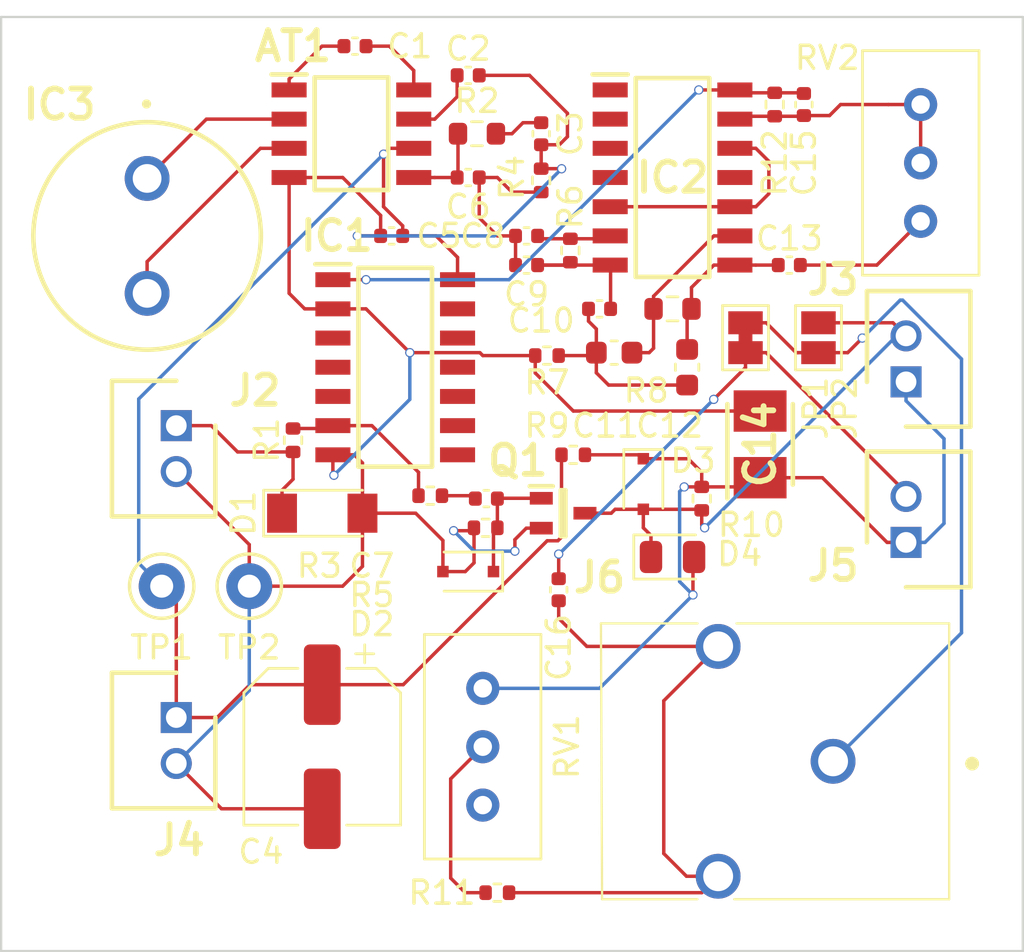
<source format=kicad_pcb>
(kicad_pcb (version 20171130) (host pcbnew "(5.1.8)-1")

  (general
    (thickness 1.6)
    (drawings 4)
    (tracks 269)
    (zones 0)
    (modules 48)
    (nets 45)
  )

  (page A4)
  (layers
    (0 F.Cu signal)
    (31 B.Cu signal)
    (32 B.Adhes user)
    (33 F.Adhes user)
    (34 B.Paste user)
    (35 F.Paste user)
    (36 B.SilkS user)
    (37 F.SilkS user)
    (38 B.Mask user)
    (39 F.Mask user)
    (40 Dwgs.User user)
    (41 Cmts.User user)
    (42 Eco1.User user)
    (43 Eco2.User user)
    (44 Edge.Cuts user)
    (45 Margin user)
    (46 B.CrtYd user)
    (47 F.CrtYd user)
    (48 B.Fab user)
    (49 F.Fab user)
  )

  (setup
    (last_trace_width 0.15)
    (trace_clearance 0.2)
    (zone_clearance 0.508)
    (zone_45_only no)
    (trace_min 0.127)
    (via_size 0.4)
    (via_drill 0.3)
    (via_min_size 0.3)
    (via_min_drill 0.3)
    (uvia_size 0.3)
    (uvia_drill 0.1)
    (uvias_allowed no)
    (uvia_min_size 0.2)
    (uvia_min_drill 0.1)
    (edge_width 0.05)
    (segment_width 0.2)
    (pcb_text_width 0.3)
    (pcb_text_size 1.5 1.5)
    (mod_edge_width 0.12)
    (mod_text_size 1 1)
    (mod_text_width 0.15)
    (pad_size 1.524 1.524)
    (pad_drill 0.762)
    (pad_to_mask_clearance 0)
    (aux_axis_origin 0 0)
    (visible_elements 7FFFFFFF)
    (pcbplotparams
      (layerselection 0x010fc_ffffffff)
      (usegerberextensions false)
      (usegerberattributes true)
      (usegerberadvancedattributes true)
      (creategerberjobfile true)
      (excludeedgelayer true)
      (linewidth 0.100000)
      (plotframeref false)
      (viasonmask false)
      (mode 1)
      (useauxorigin false)
      (hpglpennumber 1)
      (hpglpenspeed 20)
      (hpglpendiameter 15.000000)
      (psnegative false)
      (psa4output false)
      (plotreference true)
      (plotvalue true)
      (plotinvisibletext false)
      (padsonsilk false)
      (subtractmaskfromsilk false)
      (outputformat 1)
      (mirror false)
      (drillshape 0)
      (scaleselection 1)
      (outputdirectory ""))
  )

  (net 0 "")
  (net 1 "Net-(AT1-Pad1)")
  (net 2 "Net-(AT1-Pad2)")
  (net 3 "Net-(AT1-Pad3)")
  (net 4 GND)
  (net 5 "Net-(AT1-Pad5)")
  (net 6 +BATT)
  (net 7 "Net-(AT1-Pad7)")
  (net 8 "Net-(AT1-Pad8)")
  (net 9 "Net-(C3-Pad1)")
  (net 10 "Net-(C6-Pad2)")
  (net 11 "Net-(C7-Pad2)")
  (net 12 "Net-(C7-Pad1)")
  (net 13 6)
  (net 14 7)
  (net 15 "Net-(C10-Pad2)")
  (net 16 9)
  (net 17 8)
  (net 18 "Net-(C13-Pad2)")
  (net 19 "Net-(C14-Pad1)")
  (net 20 13)
  (net 21 14)
  (net 22 "Net-(C16-Pad1)")
  (net 23 "Net-(C16-Pad2)")
  (net 24 "Net-(D1-Pad1)")
  (net 25 "Net-(D3-Pad2)")
  (net 26 "Net-(IC1-Pad3)")
  (net 27 "Net-(IC1-Pad4)")
  (net 28 "Net-(IC1-Pad5)")
  (net 29 "Net-(IC1-Pad6)")
  (net 30 "Net-(IC1-Pad8)")
  (net 31 "Net-(IC1-Pad9)")
  (net 32 "Net-(IC1-Pad10)")
  (net 33 "Net-(IC1-Pad11)")
  (net 34 "Net-(IC1-Pad12)")
  (net 35 "Net-(IC1-Pad13)")
  (net 36 GNDA)
  (net 37 "Net-(IC2-Pad11)")
  (net 38 "Net-(IC2-Pad4)")
  (net 39 "Net-(IC2-Pad3)")
  (net 40 "Net-(IC2-Pad2)")
  (net 41 "Net-(IC2-Pad1)")
  (net 42 "Net-(J6-Pad1)")
  (net 43 "Net-(R11-Pad1)")
  (net 44 "Net-(RV1-Pad1)")

  (net_class Default "This is the default net class."
    (clearance 0.2)
    (trace_width 0.15)
    (via_dia 0.4)
    (via_drill 0.3)
    (uvia_dia 0.3)
    (uvia_drill 0.1)
    (add_net +BATT)
    (add_net 13)
    (add_net 14)
    (add_net 6)
    (add_net 7)
    (add_net 8)
    (add_net 9)
    (add_net GND)
    (add_net GNDA)
    (add_net "Net-(AT1-Pad1)")
    (add_net "Net-(AT1-Pad2)")
    (add_net "Net-(AT1-Pad3)")
    (add_net "Net-(AT1-Pad5)")
    (add_net "Net-(AT1-Pad7)")
    (add_net "Net-(AT1-Pad8)")
    (add_net "Net-(C10-Pad2)")
    (add_net "Net-(C13-Pad2)")
    (add_net "Net-(C14-Pad1)")
    (add_net "Net-(C16-Pad1)")
    (add_net "Net-(C16-Pad2)")
    (add_net "Net-(C3-Pad1)")
    (add_net "Net-(C6-Pad2)")
    (add_net "Net-(C7-Pad1)")
    (add_net "Net-(C7-Pad2)")
    (add_net "Net-(D1-Pad1)")
    (add_net "Net-(D3-Pad2)")
    (add_net "Net-(IC1-Pad10)")
    (add_net "Net-(IC1-Pad11)")
    (add_net "Net-(IC1-Pad12)")
    (add_net "Net-(IC1-Pad13)")
    (add_net "Net-(IC1-Pad3)")
    (add_net "Net-(IC1-Pad4)")
    (add_net "Net-(IC1-Pad5)")
    (add_net "Net-(IC1-Pad6)")
    (add_net "Net-(IC1-Pad8)")
    (add_net "Net-(IC1-Pad9)")
    (add_net "Net-(IC2-Pad1)")
    (add_net "Net-(IC2-Pad11)")
    (add_net "Net-(IC2-Pad2)")
    (add_net "Net-(IC2-Pad3)")
    (add_net "Net-(IC2-Pad4)")
    (add_net "Net-(J6-Pad1)")
    (add_net "Net-(R11-Pad1)")
    (add_net "Net-(RV1-Pad1)")
  )

  (module SamacSys_Parts:SOIC127P600X175-8N (layer F.Cu) (tedit 0) (tstamp 5FE92969)
    (at 145.415 57.15)
    (descr "D (R-PDSO-G8)")
    (tags "Integrated Circuit")
    (path /5FA9CE8F)
    (attr smd)
    (fp_text reference AT1 (at -2.54 -3.81) (layer F.SilkS)
      (effects (font (size 1.27 1.27) (thickness 0.254)))
    )
    (fp_text value LM386MX-1_NOPB (at 0 0) (layer F.SilkS) hide
      (effects (font (size 1.27 1.27) (thickness 0.254)))
    )
    (fp_text user %R (at 0 0) (layer F.Fab)
      (effects (font (size 1.27 1.27) (thickness 0.254)))
    )
    (fp_line (start -3.725 -2.75) (end 3.725 -2.75) (layer F.CrtYd) (width 0.05))
    (fp_line (start 3.725 -2.75) (end 3.725 2.75) (layer F.CrtYd) (width 0.05))
    (fp_line (start 3.725 2.75) (end -3.725 2.75) (layer F.CrtYd) (width 0.05))
    (fp_line (start -3.725 2.75) (end -3.725 -2.75) (layer F.CrtYd) (width 0.05))
    (fp_line (start -1.95 -2.45) (end 1.95 -2.45) (layer F.Fab) (width 0.1))
    (fp_line (start 1.95 -2.45) (end 1.95 2.45) (layer F.Fab) (width 0.1))
    (fp_line (start 1.95 2.45) (end -1.95 2.45) (layer F.Fab) (width 0.1))
    (fp_line (start -1.95 2.45) (end -1.95 -2.45) (layer F.Fab) (width 0.1))
    (fp_line (start -1.95 -1.18) (end -0.68 -2.45) (layer F.Fab) (width 0.1))
    (fp_line (start -1.6 -2.45) (end 1.6 -2.45) (layer F.SilkS) (width 0.2))
    (fp_line (start 1.6 -2.45) (end 1.6 2.45) (layer F.SilkS) (width 0.2))
    (fp_line (start 1.6 2.45) (end -1.6 2.45) (layer F.SilkS) (width 0.2))
    (fp_line (start -1.6 2.45) (end -1.6 -2.45) (layer F.SilkS) (width 0.2))
    (fp_line (start -3.475 -2.58) (end -1.95 -2.58) (layer F.SilkS) (width 0.2))
    (pad 8 smd rect (at 2.712 -1.905 90) (size 0.65 1.525) (layers F.Cu F.Paste F.Mask)
      (net 8 "Net-(AT1-Pad8)"))
    (pad 7 smd rect (at 2.712 -0.635 90) (size 0.65 1.525) (layers F.Cu F.Paste F.Mask)
      (net 7 "Net-(AT1-Pad7)"))
    (pad 6 smd rect (at 2.712 0.635 90) (size 0.65 1.525) (layers F.Cu F.Paste F.Mask)
      (net 6 +BATT))
    (pad 5 smd rect (at 2.712 1.905 90) (size 0.65 1.525) (layers F.Cu F.Paste F.Mask)
      (net 5 "Net-(AT1-Pad5)"))
    (pad 4 smd rect (at -2.712 1.905 90) (size 0.65 1.525) (layers F.Cu F.Paste F.Mask)
      (net 4 GND))
    (pad 3 smd rect (at -2.712 0.635 90) (size 0.65 1.525) (layers F.Cu F.Paste F.Mask)
      (net 3 "Net-(AT1-Pad3)"))
    (pad 2 smd rect (at -2.712 -0.635 90) (size 0.65 1.525) (layers F.Cu F.Paste F.Mask)
      (net 2 "Net-(AT1-Pad2)"))
    (pad 1 smd rect (at -2.712 -1.905 90) (size 0.65 1.525) (layers F.Cu F.Paste F.Mask)
      (net 1 "Net-(AT1-Pad1)"))
    (model C:\Users\Jason\OneDrive\KiCad\SamacSys\SamacSys_Parts.3dshapes\TPS54331DR.stp
      (at (xyz 0 0 0))
      (scale (xyz 1 1 1))
      (rotate (xyz 0 0 0))
    )
  )

  (module Capacitor_SMD:C_0402_1005Metric (layer F.Cu) (tedit 5F68FEEE) (tstamp 5FEF98B7)
    (at 145.57 53.34 180)
    (descr "Capacitor SMD 0402 (1005 Metric), square (rectangular) end terminal, IPC_7351 nominal, (Body size source: IPC-SM-782 page 76, https://www.pcb-3d.com/wordpress/wp-content/uploads/ipc-sm-782a_amendment_1_and_2.pdf), generated with kicad-footprint-generator")
    (tags capacitor)
    (path /5FA9DA41)
    (attr smd)
    (fp_text reference C1 (at -2.385 0) (layer F.SilkS)
      (effects (font (size 1 1) (thickness 0.15)))
    )
    (fp_text value 220n (at 0 1.16) (layer F.Fab)
      (effects (font (size 1 1) (thickness 0.15)))
    )
    (fp_line (start 0.91 0.46) (end -0.91 0.46) (layer F.CrtYd) (width 0.05))
    (fp_line (start 0.91 -0.46) (end 0.91 0.46) (layer F.CrtYd) (width 0.05))
    (fp_line (start -0.91 -0.46) (end 0.91 -0.46) (layer F.CrtYd) (width 0.05))
    (fp_line (start -0.91 0.46) (end -0.91 -0.46) (layer F.CrtYd) (width 0.05))
    (fp_line (start -0.107836 0.36) (end 0.107836 0.36) (layer F.SilkS) (width 0.12))
    (fp_line (start -0.107836 -0.36) (end 0.107836 -0.36) (layer F.SilkS) (width 0.12))
    (fp_line (start 0.5 0.25) (end -0.5 0.25) (layer F.Fab) (width 0.1))
    (fp_line (start 0.5 -0.25) (end 0.5 0.25) (layer F.Fab) (width 0.1))
    (fp_line (start -0.5 -0.25) (end 0.5 -0.25) (layer F.Fab) (width 0.1))
    (fp_line (start -0.5 0.25) (end -0.5 -0.25) (layer F.Fab) (width 0.1))
    (fp_text user %R (at 0 0) (layer F.Fab)
      (effects (font (size 0.25 0.25) (thickness 0.04)))
    )
    (pad 2 smd roundrect (at 0.48 0 180) (size 0.56 0.62) (layers F.Cu F.Paste F.Mask) (roundrect_rratio 0.25)
      (net 1 "Net-(AT1-Pad1)"))
    (pad 1 smd roundrect (at -0.48 0 180) (size 0.56 0.62) (layers F.Cu F.Paste F.Mask) (roundrect_rratio 0.25)
      (net 8 "Net-(AT1-Pad8)"))
    (model ${KISYS3DMOD}/Capacitor_SMD.3dshapes/C_0402_1005Metric.wrl
      (at (xyz 0 0 0))
      (scale (xyz 1 1 1))
      (rotate (xyz 0 0 0))
    )
  )

  (module Capacitor_SMD:C_0402_1005Metric (layer F.Cu) (tedit 5F68FEEE) (tstamp 5FE9298B)
    (at 150.495 54.61)
    (descr "Capacitor SMD 0402 (1005 Metric), square (rectangular) end terminal, IPC_7351 nominal, (Body size source: IPC-SM-782 page 76, https://www.pcb-3d.com/wordpress/wp-content/uploads/ipc-sm-782a_amendment_1_and_2.pdf), generated with kicad-footprint-generator")
    (tags capacitor)
    (path /5FA9E0BA)
    (attr smd)
    (fp_text reference C2 (at 0 -1.16) (layer F.SilkS)
      (effects (font (size 1 1) (thickness 0.15)))
    )
    (fp_text value 47n (at 0 1.16) (layer F.Fab)
      (effects (font (size 1 1) (thickness 0.15)))
    )
    (fp_line (start -0.5 0.25) (end -0.5 -0.25) (layer F.Fab) (width 0.1))
    (fp_line (start -0.5 -0.25) (end 0.5 -0.25) (layer F.Fab) (width 0.1))
    (fp_line (start 0.5 -0.25) (end 0.5 0.25) (layer F.Fab) (width 0.1))
    (fp_line (start 0.5 0.25) (end -0.5 0.25) (layer F.Fab) (width 0.1))
    (fp_line (start -0.107836 -0.36) (end 0.107836 -0.36) (layer F.SilkS) (width 0.12))
    (fp_line (start -0.107836 0.36) (end 0.107836 0.36) (layer F.SilkS) (width 0.12))
    (fp_line (start -0.91 0.46) (end -0.91 -0.46) (layer F.CrtYd) (width 0.05))
    (fp_line (start -0.91 -0.46) (end 0.91 -0.46) (layer F.CrtYd) (width 0.05))
    (fp_line (start 0.91 -0.46) (end 0.91 0.46) (layer F.CrtYd) (width 0.05))
    (fp_line (start 0.91 0.46) (end -0.91 0.46) (layer F.CrtYd) (width 0.05))
    (fp_text user %R (at 0 0) (layer F.Fab)
      (effects (font (size 0.25 0.25) (thickness 0.04)))
    )
    (pad 1 smd roundrect (at -0.48 0) (size 0.56 0.62) (layers F.Cu F.Paste F.Mask) (roundrect_rratio 0.25)
      (net 7 "Net-(AT1-Pad7)"))
    (pad 2 smd roundrect (at 0.48 0) (size 0.56 0.62) (layers F.Cu F.Paste F.Mask) (roundrect_rratio 0.25)
      (net 4 GND))
    (model ${KISYS3DMOD}/Capacitor_SMD.3dshapes/C_0402_1005Metric.wrl
      (at (xyz 0 0 0))
      (scale (xyz 1 1 1))
      (rotate (xyz 0 0 0))
    )
  )

  (module Capacitor_SMD:C_0402_1005Metric (layer F.Cu) (tedit 5F68FEEE) (tstamp 5FE9299C)
    (at 153.67 57.15 270)
    (descr "Capacitor SMD 0402 (1005 Metric), square (rectangular) end terminal, IPC_7351 nominal, (Body size source: IPC-SM-782 page 76, https://www.pcb-3d.com/wordpress/wp-content/uploads/ipc-sm-782a_amendment_1_and_2.pdf), generated with kicad-footprint-generator")
    (tags capacitor)
    (path /5FA9E92D)
    (attr smd)
    (fp_text reference C3 (at 0 -1.27 270) (layer F.SilkS)
      (effects (font (size 1 1) (thickness 0.15)))
    )
    (fp_text value 47n (at 0 1.16 90) (layer F.Fab)
      (effects (font (size 1 1) (thickness 0.15)))
    )
    (fp_line (start 0.91 0.46) (end -0.91 0.46) (layer F.CrtYd) (width 0.05))
    (fp_line (start 0.91 -0.46) (end 0.91 0.46) (layer F.CrtYd) (width 0.05))
    (fp_line (start -0.91 -0.46) (end 0.91 -0.46) (layer F.CrtYd) (width 0.05))
    (fp_line (start -0.91 0.46) (end -0.91 -0.46) (layer F.CrtYd) (width 0.05))
    (fp_line (start -0.107836 0.36) (end 0.107836 0.36) (layer F.SilkS) (width 0.12))
    (fp_line (start -0.107836 -0.36) (end 0.107836 -0.36) (layer F.SilkS) (width 0.12))
    (fp_line (start 0.5 0.25) (end -0.5 0.25) (layer F.Fab) (width 0.1))
    (fp_line (start 0.5 -0.25) (end 0.5 0.25) (layer F.Fab) (width 0.1))
    (fp_line (start -0.5 -0.25) (end 0.5 -0.25) (layer F.Fab) (width 0.1))
    (fp_line (start -0.5 0.25) (end -0.5 -0.25) (layer F.Fab) (width 0.1))
    (fp_text user %R (at 0 0 90) (layer F.Fab)
      (effects (font (size 0.25 0.25) (thickness 0.04)))
    )
    (pad 2 smd roundrect (at 0.48 0 270) (size 0.56 0.62) (layers F.Cu F.Paste F.Mask) (roundrect_rratio 0.25)
      (net 4 GND))
    (pad 1 smd roundrect (at -0.48 0 270) (size 0.56 0.62) (layers F.Cu F.Paste F.Mask) (roundrect_rratio 0.25)
      (net 9 "Net-(C3-Pad1)"))
    (model ${KISYS3DMOD}/Capacitor_SMD.3dshapes/C_0402_1005Metric.wrl
      (at (xyz 0 0 0))
      (scale (xyz 1 1 1))
      (rotate (xyz 0 0 0))
    )
  )

  (module Capacitor_SMD:CP_Elec_6.3x7.7 (layer F.Cu) (tedit 5BCA39D0) (tstamp 5FE929C4)
    (at 144.145 83.82 270)
    (descr "SMD capacitor, aluminum electrolytic, Nichicon, 6.3x7.7mm")
    (tags "capacitor electrolytic")
    (path /5FE8EB6A)
    (attr smd)
    (fp_text reference C4 (at 4.572 2.667 180) (layer F.SilkS)
      (effects (font (size 1 1) (thickness 0.15)))
    )
    (fp_text value 220uF_E (at 0 4.35 90) (layer F.Fab)
      (effects (font (size 1 1) (thickness 0.15)))
    )
    (fp_circle (center 0 0) (end 3.15 0) (layer F.Fab) (width 0.1))
    (fp_line (start 3.3 -3.3) (end 3.3 3.3) (layer F.Fab) (width 0.1))
    (fp_line (start -2.3 -3.3) (end 3.3 -3.3) (layer F.Fab) (width 0.1))
    (fp_line (start -2.3 3.3) (end 3.3 3.3) (layer F.Fab) (width 0.1))
    (fp_line (start -3.3 -2.3) (end -3.3 2.3) (layer F.Fab) (width 0.1))
    (fp_line (start -3.3 -2.3) (end -2.3 -3.3) (layer F.Fab) (width 0.1))
    (fp_line (start -3.3 2.3) (end -2.3 3.3) (layer F.Fab) (width 0.1))
    (fp_line (start -2.704838 -1.33) (end -2.074838 -1.33) (layer F.Fab) (width 0.1))
    (fp_line (start -2.389838 -1.645) (end -2.389838 -1.015) (layer F.Fab) (width 0.1))
    (fp_line (start 3.41 3.41) (end 3.41 1.06) (layer F.SilkS) (width 0.12))
    (fp_line (start 3.41 -3.41) (end 3.41 -1.06) (layer F.SilkS) (width 0.12))
    (fp_line (start -2.345563 -3.41) (end 3.41 -3.41) (layer F.SilkS) (width 0.12))
    (fp_line (start -2.345563 3.41) (end 3.41 3.41) (layer F.SilkS) (width 0.12))
    (fp_line (start -3.41 2.345563) (end -3.41 1.06) (layer F.SilkS) (width 0.12))
    (fp_line (start -3.41 -2.345563) (end -3.41 -1.06) (layer F.SilkS) (width 0.12))
    (fp_line (start -3.41 -2.345563) (end -2.345563 -3.41) (layer F.SilkS) (width 0.12))
    (fp_line (start -3.41 2.345563) (end -2.345563 3.41) (layer F.SilkS) (width 0.12))
    (fp_line (start -4.4375 -1.8475) (end -3.65 -1.8475) (layer F.SilkS) (width 0.12))
    (fp_line (start -4.04375 -2.24125) (end -4.04375 -1.45375) (layer F.SilkS) (width 0.12))
    (fp_line (start 3.55 -3.55) (end 3.55 -1.05) (layer F.CrtYd) (width 0.05))
    (fp_line (start 3.55 -1.05) (end 4.7 -1.05) (layer F.CrtYd) (width 0.05))
    (fp_line (start 4.7 -1.05) (end 4.7 1.05) (layer F.CrtYd) (width 0.05))
    (fp_line (start 4.7 1.05) (end 3.55 1.05) (layer F.CrtYd) (width 0.05))
    (fp_line (start 3.55 1.05) (end 3.55 3.55) (layer F.CrtYd) (width 0.05))
    (fp_line (start -2.4 3.55) (end 3.55 3.55) (layer F.CrtYd) (width 0.05))
    (fp_line (start -2.4 -3.55) (end 3.55 -3.55) (layer F.CrtYd) (width 0.05))
    (fp_line (start -3.55 2.4) (end -2.4 3.55) (layer F.CrtYd) (width 0.05))
    (fp_line (start -3.55 -2.4) (end -2.4 -3.55) (layer F.CrtYd) (width 0.05))
    (fp_line (start -3.55 -2.4) (end -3.55 -1.05) (layer F.CrtYd) (width 0.05))
    (fp_line (start -3.55 1.05) (end -3.55 2.4) (layer F.CrtYd) (width 0.05))
    (fp_line (start -3.55 -1.05) (end -4.7 -1.05) (layer F.CrtYd) (width 0.05))
    (fp_line (start -4.7 -1.05) (end -4.7 1.05) (layer F.CrtYd) (width 0.05))
    (fp_line (start -4.7 1.05) (end -3.55 1.05) (layer F.CrtYd) (width 0.05))
    (fp_text user %R (at 0 0 90) (layer F.Fab)
      (effects (font (size 1 1) (thickness 0.15)))
    )
    (pad 1 smd roundrect (at -2.7 0 270) (size 3.5 1.6) (layers F.Cu F.Paste F.Mask) (roundrect_rratio 0.15625)
      (net 6 +BATT))
    (pad 2 smd roundrect (at 2.7 0 270) (size 3.5 1.6) (layers F.Cu F.Paste F.Mask) (roundrect_rratio 0.15625)
      (net 4 GND))
    (model ${KISYS3DMOD}/Capacitor_SMD.3dshapes/CP_Elec_6.3x7.7.wrl
      (at (xyz 0 0 0))
      (scale (xyz 1 1 1))
      (rotate (xyz 0 0 0))
    )
  )

  (module Capacitor_SMD:C_0402_1005Metric (layer F.Cu) (tedit 5F68FEEE) (tstamp 5FEFA9F7)
    (at 147.165 61.595 180)
    (descr "Capacitor SMD 0402 (1005 Metric), square (rectangular) end terminal, IPC_7351 nominal, (Body size source: IPC-SM-782 page 76, https://www.pcb-3d.com/wordpress/wp-content/uploads/ipc-sm-782a_amendment_1_and_2.pdf), generated with kicad-footprint-generator")
    (tags capacitor)
    (path /5FEF1C9B)
    (attr smd)
    (fp_text reference C5 (at -2.06 0) (layer F.SilkS)
      (effects (font (size 1 1) (thickness 0.15)))
    )
    (fp_text value 47n (at 0 1.16) (layer F.Fab)
      (effects (font (size 1 1) (thickness 0.15)))
    )
    (fp_line (start -0.5 0.25) (end -0.5 -0.25) (layer F.Fab) (width 0.1))
    (fp_line (start -0.5 -0.25) (end 0.5 -0.25) (layer F.Fab) (width 0.1))
    (fp_line (start 0.5 -0.25) (end 0.5 0.25) (layer F.Fab) (width 0.1))
    (fp_line (start 0.5 0.25) (end -0.5 0.25) (layer F.Fab) (width 0.1))
    (fp_line (start -0.107836 -0.36) (end 0.107836 -0.36) (layer F.SilkS) (width 0.12))
    (fp_line (start -0.107836 0.36) (end 0.107836 0.36) (layer F.SilkS) (width 0.12))
    (fp_line (start -0.91 0.46) (end -0.91 -0.46) (layer F.CrtYd) (width 0.05))
    (fp_line (start -0.91 -0.46) (end 0.91 -0.46) (layer F.CrtYd) (width 0.05))
    (fp_line (start 0.91 -0.46) (end 0.91 0.46) (layer F.CrtYd) (width 0.05))
    (fp_line (start 0.91 0.46) (end -0.91 0.46) (layer F.CrtYd) (width 0.05))
    (fp_text user %R (at 0 0) (layer F.Fab)
      (effects (font (size 0.25 0.25) (thickness 0.04)))
    )
    (pad 1 smd roundrect (at -0.48 0 180) (size 0.56 0.62) (layers F.Cu F.Paste F.Mask) (roundrect_rratio 0.25)
      (net 6 +BATT))
    (pad 2 smd roundrect (at 0.48 0 180) (size 0.56 0.62) (layers F.Cu F.Paste F.Mask) (roundrect_rratio 0.25)
      (net 4 GND))
    (model ${KISYS3DMOD}/Capacitor_SMD.3dshapes/C_0402_1005Metric.wrl
      (at (xyz 0 0 0))
      (scale (xyz 1 1 1))
      (rotate (xyz 0 0 0))
    )
  )

  (module Capacitor_SMD:C_0402_1005Metric (layer F.Cu) (tedit 5F68FEEE) (tstamp 5FE929E6)
    (at 150.495 59.055)
    (descr "Capacitor SMD 0402 (1005 Metric), square (rectangular) end terminal, IPC_7351 nominal, (Body size source: IPC-SM-782 page 76, https://www.pcb-3d.com/wordpress/wp-content/uploads/ipc-sm-782a_amendment_1_and_2.pdf), generated with kicad-footprint-generator")
    (tags capacitor)
    (path /5FA9F876)
    (attr smd)
    (fp_text reference C6 (at 0 1.27) (layer F.SilkS)
      (effects (font (size 1 1) (thickness 0.15)))
    )
    (fp_text value 2.2n (at 0 1.16) (layer F.Fab)
      (effects (font (size 1 1) (thickness 0.15)))
    )
    (fp_line (start -0.5 0.25) (end -0.5 -0.25) (layer F.Fab) (width 0.1))
    (fp_line (start -0.5 -0.25) (end 0.5 -0.25) (layer F.Fab) (width 0.1))
    (fp_line (start 0.5 -0.25) (end 0.5 0.25) (layer F.Fab) (width 0.1))
    (fp_line (start 0.5 0.25) (end -0.5 0.25) (layer F.Fab) (width 0.1))
    (fp_line (start -0.107836 -0.36) (end 0.107836 -0.36) (layer F.SilkS) (width 0.12))
    (fp_line (start -0.107836 0.36) (end 0.107836 0.36) (layer F.SilkS) (width 0.12))
    (fp_line (start -0.91 0.46) (end -0.91 -0.46) (layer F.CrtYd) (width 0.05))
    (fp_line (start -0.91 -0.46) (end 0.91 -0.46) (layer F.CrtYd) (width 0.05))
    (fp_line (start 0.91 -0.46) (end 0.91 0.46) (layer F.CrtYd) (width 0.05))
    (fp_line (start 0.91 0.46) (end -0.91 0.46) (layer F.CrtYd) (width 0.05))
    (fp_text user %R (at 0 0) (layer F.Fab)
      (effects (font (size 0.25 0.25) (thickness 0.04)))
    )
    (pad 1 smd roundrect (at -0.48 0) (size 0.56 0.62) (layers F.Cu F.Paste F.Mask) (roundrect_rratio 0.25)
      (net 5 "Net-(AT1-Pad5)"))
    (pad 2 smd roundrect (at 0.48 0) (size 0.56 0.62) (layers F.Cu F.Paste F.Mask) (roundrect_rratio 0.25)
      (net 10 "Net-(C6-Pad2)"))
    (model ${KISYS3DMOD}/Capacitor_SMD.3dshapes/C_0402_1005Metric.wrl
      (at (xyz 0 0 0))
      (scale (xyz 1 1 1))
      (rotate (xyz 0 0 0))
    )
  )

  (module Capacitor_SMD:C_0402_1005Metric (layer F.Cu) (tedit 5F68FEEE) (tstamp 5FE929F7)
    (at 151.285 73.025)
    (descr "Capacitor SMD 0402 (1005 Metric), square (rectangular) end terminal, IPC_7351 nominal, (Body size source: IPC-SM-782 page 76, https://www.pcb-3d.com/wordpress/wp-content/uploads/ipc-sm-782a_amendment_1_and_2.pdf), generated with kicad-footprint-generator")
    (tags capacitor)
    (path /5FAB3417)
    (attr smd)
    (fp_text reference C7 (at -4.981 2.921) (layer F.SilkS)
      (effects (font (size 1 1) (thickness 0.15)))
    )
    (fp_text value 33n (at 0 1.16) (layer F.Fab)
      (effects (font (size 1 1) (thickness 0.15)))
    )
    (fp_line (start 0.91 0.46) (end -0.91 0.46) (layer F.CrtYd) (width 0.05))
    (fp_line (start 0.91 -0.46) (end 0.91 0.46) (layer F.CrtYd) (width 0.05))
    (fp_line (start -0.91 -0.46) (end 0.91 -0.46) (layer F.CrtYd) (width 0.05))
    (fp_line (start -0.91 0.46) (end -0.91 -0.46) (layer F.CrtYd) (width 0.05))
    (fp_line (start -0.107836 0.36) (end 0.107836 0.36) (layer F.SilkS) (width 0.12))
    (fp_line (start -0.107836 -0.36) (end 0.107836 -0.36) (layer F.SilkS) (width 0.12))
    (fp_line (start 0.5 0.25) (end -0.5 0.25) (layer F.Fab) (width 0.1))
    (fp_line (start 0.5 -0.25) (end 0.5 0.25) (layer F.Fab) (width 0.1))
    (fp_line (start -0.5 -0.25) (end 0.5 -0.25) (layer F.Fab) (width 0.1))
    (fp_line (start -0.5 0.25) (end -0.5 -0.25) (layer F.Fab) (width 0.1))
    (fp_text user %R (at 0 0) (layer F.Fab)
      (effects (font (size 0.25 0.25) (thickness 0.04)))
    )
    (pad 2 smd roundrect (at 0.48 0) (size 0.56 0.62) (layers F.Cu F.Paste F.Mask) (roundrect_rratio 0.25)
      (net 11 "Net-(C7-Pad2)"))
    (pad 1 smd roundrect (at -0.48 0) (size 0.56 0.62) (layers F.Cu F.Paste F.Mask) (roundrect_rratio 0.25)
      (net 12 "Net-(C7-Pad1)"))
    (model ${KISYS3DMOD}/Capacitor_SMD.3dshapes/C_0402_1005Metric.wrl
      (at (xyz 0 0 0))
      (scale (xyz 1 1 1))
      (rotate (xyz 0 0 0))
    )
  )

  (module Capacitor_SMD:C_0402_1005Metric (layer F.Cu) (tedit 5F68FEEE) (tstamp 600050D9)
    (at 153.035 61.595 180)
    (descr "Capacitor SMD 0402 (1005 Metric), square (rectangular) end terminal, IPC_7351 nominal, (Body size source: IPC-SM-782 page 76, https://www.pcb-3d.com/wordpress/wp-content/uploads/ipc-sm-782a_amendment_1_and_2.pdf), generated with kicad-footprint-generator")
    (tags capacitor)
    (path /5FAA0754)
    (attr smd)
    (fp_text reference C8 (at 1.905 0) (layer F.SilkS)
      (effects (font (size 1 1) (thickness 0.15)))
    )
    (fp_text value 1.5n (at 0 1.16) (layer F.Fab)
      (effects (font (size 1 1) (thickness 0.15)))
    )
    (fp_line (start 0.91 0.46) (end -0.91 0.46) (layer F.CrtYd) (width 0.05))
    (fp_line (start 0.91 -0.46) (end 0.91 0.46) (layer F.CrtYd) (width 0.05))
    (fp_line (start -0.91 -0.46) (end 0.91 -0.46) (layer F.CrtYd) (width 0.05))
    (fp_line (start -0.91 0.46) (end -0.91 -0.46) (layer F.CrtYd) (width 0.05))
    (fp_line (start -0.107836 0.36) (end 0.107836 0.36) (layer F.SilkS) (width 0.12))
    (fp_line (start -0.107836 -0.36) (end 0.107836 -0.36) (layer F.SilkS) (width 0.12))
    (fp_line (start 0.5 0.25) (end -0.5 0.25) (layer F.Fab) (width 0.1))
    (fp_line (start 0.5 -0.25) (end 0.5 0.25) (layer F.Fab) (width 0.1))
    (fp_line (start -0.5 -0.25) (end 0.5 -0.25) (layer F.Fab) (width 0.1))
    (fp_line (start -0.5 0.25) (end -0.5 -0.25) (layer F.Fab) (width 0.1))
    (fp_text user %R (at 0 0) (layer F.Fab)
      (effects (font (size 0.25 0.25) (thickness 0.04)))
    )
    (pad 2 smd roundrect (at 0.48 0 180) (size 0.56 0.62) (layers F.Cu F.Paste F.Mask) (roundrect_rratio 0.25)
      (net 10 "Net-(C6-Pad2)"))
    (pad 1 smd roundrect (at -0.48 0 180) (size 0.56 0.62) (layers F.Cu F.Paste F.Mask) (roundrect_rratio 0.25)
      (net 13 6))
    (model ${KISYS3DMOD}/Capacitor_SMD.3dshapes/C_0402_1005Metric.wrl
      (at (xyz 0 0 0))
      (scale (xyz 1 1 1))
      (rotate (xyz 0 0 0))
    )
  )

  (module Capacitor_SMD:C_0402_1005Metric (layer F.Cu) (tedit 5F68FEEE) (tstamp 5FEFA2AB)
    (at 153.035 62.865)
    (descr "Capacitor SMD 0402 (1005 Metric), square (rectangular) end terminal, IPC_7351 nominal, (Body size source: IPC-SM-782 page 76, https://www.pcb-3d.com/wordpress/wp-content/uploads/ipc-sm-782a_amendment_1_and_2.pdf), generated with kicad-footprint-generator")
    (tags capacitor)
    (path /5FAA0D1A)
    (attr smd)
    (fp_text reference C9 (at 0 1.27) (layer F.SilkS)
      (effects (font (size 1 1) (thickness 0.15)))
    )
    (fp_text value 100p (at 0 1.16) (layer F.Fab)
      (effects (font (size 1 1) (thickness 0.15)))
    )
    (fp_line (start -0.5 0.25) (end -0.5 -0.25) (layer F.Fab) (width 0.1))
    (fp_line (start -0.5 -0.25) (end 0.5 -0.25) (layer F.Fab) (width 0.1))
    (fp_line (start 0.5 -0.25) (end 0.5 0.25) (layer F.Fab) (width 0.1))
    (fp_line (start 0.5 0.25) (end -0.5 0.25) (layer F.Fab) (width 0.1))
    (fp_line (start -0.107836 -0.36) (end 0.107836 -0.36) (layer F.SilkS) (width 0.12))
    (fp_line (start -0.107836 0.36) (end 0.107836 0.36) (layer F.SilkS) (width 0.12))
    (fp_line (start -0.91 0.46) (end -0.91 -0.46) (layer F.CrtYd) (width 0.05))
    (fp_line (start -0.91 -0.46) (end 0.91 -0.46) (layer F.CrtYd) (width 0.05))
    (fp_line (start 0.91 -0.46) (end 0.91 0.46) (layer F.CrtYd) (width 0.05))
    (fp_line (start 0.91 0.46) (end -0.91 0.46) (layer F.CrtYd) (width 0.05))
    (fp_text user %R (at 0 0) (layer F.Fab)
      (effects (font (size 0.25 0.25) (thickness 0.04)))
    )
    (pad 1 smd roundrect (at -0.48 0) (size 0.56 0.62) (layers F.Cu F.Paste F.Mask) (roundrect_rratio 0.25)
      (net 10 "Net-(C6-Pad2)"))
    (pad 2 smd roundrect (at 0.48 0) (size 0.56 0.62) (layers F.Cu F.Paste F.Mask) (roundrect_rratio 0.25)
      (net 14 7))
    (model ${KISYS3DMOD}/Capacitor_SMD.3dshapes/C_0402_1005Metric.wrl
      (at (xyz 0 0 0))
      (scale (xyz 1 1 1))
      (rotate (xyz 0 0 0))
    )
  )

  (module Capacitor_SMD:C_0402_1005Metric (layer F.Cu) (tedit 5F68FEEE) (tstamp 5FF4ACB8)
    (at 156.21 64.77 180)
    (descr "Capacitor SMD 0402 (1005 Metric), square (rectangular) end terminal, IPC_7351 nominal, (Body size source: IPC-SM-782 page 76, https://www.pcb-3d.com/wordpress/wp-content/uploads/ipc-sm-782a_amendment_1_and_2.pdf), generated with kicad-footprint-generator")
    (tags capacitor)
    (path /5FAA1835)
    (attr smd)
    (fp_text reference C10 (at 2.54 -0.508) (layer F.SilkS)
      (effects (font (size 1 1) (thickness 0.15)))
    )
    (fp_text value 1n (at 0 1.16) (layer F.Fab)
      (effects (font (size 1 1) (thickness 0.15)))
    )
    (fp_line (start 0.91 0.46) (end -0.91 0.46) (layer F.CrtYd) (width 0.05))
    (fp_line (start 0.91 -0.46) (end 0.91 0.46) (layer F.CrtYd) (width 0.05))
    (fp_line (start -0.91 -0.46) (end 0.91 -0.46) (layer F.CrtYd) (width 0.05))
    (fp_line (start -0.91 0.46) (end -0.91 -0.46) (layer F.CrtYd) (width 0.05))
    (fp_line (start -0.107836 0.36) (end 0.107836 0.36) (layer F.SilkS) (width 0.12))
    (fp_line (start -0.107836 -0.36) (end 0.107836 -0.36) (layer F.SilkS) (width 0.12))
    (fp_line (start 0.5 0.25) (end -0.5 0.25) (layer F.Fab) (width 0.1))
    (fp_line (start 0.5 -0.25) (end 0.5 0.25) (layer F.Fab) (width 0.1))
    (fp_line (start -0.5 -0.25) (end 0.5 -0.25) (layer F.Fab) (width 0.1))
    (fp_line (start -0.5 0.25) (end -0.5 -0.25) (layer F.Fab) (width 0.1))
    (fp_text user %R (at 0 0) (layer F.Fab)
      (effects (font (size 0.25 0.25) (thickness 0.04)))
    )
    (pad 2 smd roundrect (at 0.48 0 180) (size 0.56 0.62) (layers F.Cu F.Paste F.Mask) (roundrect_rratio 0.25)
      (net 15 "Net-(C10-Pad2)"))
    (pad 1 smd roundrect (at -0.48 0 180) (size 0.56 0.62) (layers F.Cu F.Paste F.Mask) (roundrect_rratio 0.25)
      (net 14 7))
    (model ${KISYS3DMOD}/Capacitor_SMD.3dshapes/C_0402_1005Metric.wrl
      (at (xyz 0 0 0))
      (scale (xyz 1 1 1))
      (rotate (xyz 0 0 0))
    )
  )

  (module Capacitor_SMD:C_0603_1608Metric (layer F.Cu) (tedit 5F68FEEE) (tstamp 5FF4AD2C)
    (at 156.845 66.675)
    (descr "Capacitor SMD 0603 (1608 Metric), square (rectangular) end terminal, IPC_7351 nominal, (Body size source: IPC-SM-782 page 76, https://www.pcb-3d.com/wordpress/wp-content/uploads/ipc-sm-782a_amendment_1_and_2.pdf), generated with kicad-footprint-generator")
    (tags capacitor)
    (path /5FAA2263)
    (attr smd)
    (fp_text reference C11 (at -0.381 3.175) (layer F.SilkS)
      (effects (font (size 1 1) (thickness 0.15)))
    )
    (fp_text value 470p (at 0 1.43) (layer F.Fab)
      (effects (font (size 1 1) (thickness 0.15)))
    )
    (fp_line (start -0.8 0.4) (end -0.8 -0.4) (layer F.Fab) (width 0.1))
    (fp_line (start -0.8 -0.4) (end 0.8 -0.4) (layer F.Fab) (width 0.1))
    (fp_line (start 0.8 -0.4) (end 0.8 0.4) (layer F.Fab) (width 0.1))
    (fp_line (start 0.8 0.4) (end -0.8 0.4) (layer F.Fab) (width 0.1))
    (fp_line (start -0.14058 -0.51) (end 0.14058 -0.51) (layer F.SilkS) (width 0.12))
    (fp_line (start -0.14058 0.51) (end 0.14058 0.51) (layer F.SilkS) (width 0.12))
    (fp_line (start -1.48 0.73) (end -1.48 -0.73) (layer F.CrtYd) (width 0.05))
    (fp_line (start -1.48 -0.73) (end 1.48 -0.73) (layer F.CrtYd) (width 0.05))
    (fp_line (start 1.48 -0.73) (end 1.48 0.73) (layer F.CrtYd) (width 0.05))
    (fp_line (start 1.48 0.73) (end -1.48 0.73) (layer F.CrtYd) (width 0.05))
    (fp_text user %R (at 0 0) (layer F.Fab)
      (effects (font (size 0.4 0.4) (thickness 0.06)))
    )
    (pad 1 smd roundrect (at -0.775 0) (size 0.9 0.95) (layers F.Cu F.Paste F.Mask) (roundrect_rratio 0.25)
      (net 15 "Net-(C10-Pad2)"))
    (pad 2 smd roundrect (at 0.775 0) (size 0.9 0.95) (layers F.Cu F.Paste F.Mask) (roundrect_rratio 0.25)
      (net 16 9))
    (model ${KISYS3DMOD}/Capacitor_SMD.3dshapes/C_0603_1608Metric.wrl
      (at (xyz 0 0 0))
      (scale (xyz 1 1 1))
      (rotate (xyz 0 0 0))
    )
  )

  (module Capacitor_SMD:C_0603_1608Metric (layer F.Cu) (tedit 5F68FEEE) (tstamp 5FE92A4C)
    (at 160.02 67.31 90)
    (descr "Capacitor SMD 0603 (1608 Metric), square (rectangular) end terminal, IPC_7351 nominal, (Body size source: IPC-SM-782 page 76, https://www.pcb-3d.com/wordpress/wp-content/uploads/ipc-sm-782a_amendment_1_and_2.pdf), generated with kicad-footprint-generator")
    (tags capacitor)
    (path /5FAA38C6)
    (attr smd)
    (fp_text reference C12 (at -2.54 -0.762 180) (layer F.SilkS)
      (effects (font (size 1 1) (thickness 0.15)))
    )
    (fp_text value 470p (at 0 1.43 90) (layer F.Fab)
      (effects (font (size 1 1) (thickness 0.15)))
    )
    (fp_line (start 1.48 0.73) (end -1.48 0.73) (layer F.CrtYd) (width 0.05))
    (fp_line (start 1.48 -0.73) (end 1.48 0.73) (layer F.CrtYd) (width 0.05))
    (fp_line (start -1.48 -0.73) (end 1.48 -0.73) (layer F.CrtYd) (width 0.05))
    (fp_line (start -1.48 0.73) (end -1.48 -0.73) (layer F.CrtYd) (width 0.05))
    (fp_line (start -0.14058 0.51) (end 0.14058 0.51) (layer F.SilkS) (width 0.12))
    (fp_line (start -0.14058 -0.51) (end 0.14058 -0.51) (layer F.SilkS) (width 0.12))
    (fp_line (start 0.8 0.4) (end -0.8 0.4) (layer F.Fab) (width 0.1))
    (fp_line (start 0.8 -0.4) (end 0.8 0.4) (layer F.Fab) (width 0.1))
    (fp_line (start -0.8 -0.4) (end 0.8 -0.4) (layer F.Fab) (width 0.1))
    (fp_line (start -0.8 0.4) (end -0.8 -0.4) (layer F.Fab) (width 0.1))
    (fp_text user %R (at 0 0 90) (layer F.Fab)
      (effects (font (size 0.4 0.4) (thickness 0.06)))
    )
    (pad 2 smd roundrect (at 0.775 0 90) (size 0.9 0.95) (layers F.Cu F.Paste F.Mask) (roundrect_rratio 0.25)
      (net 17 8))
    (pad 1 smd roundrect (at -0.775 0 90) (size 0.9 0.95) (layers F.Cu F.Paste F.Mask) (roundrect_rratio 0.25)
      (net 15 "Net-(C10-Pad2)"))
    (model ${KISYS3DMOD}/Capacitor_SMD.3dshapes/C_0603_1608Metric.wrl
      (at (xyz 0 0 0))
      (scale (xyz 1 1 1))
      (rotate (xyz 0 0 0))
    )
  )

  (module Capacitor_SMD:C_0402_1005Metric (layer F.Cu) (tedit 5F68FEEE) (tstamp 5FE92A5D)
    (at 164.465 62.865)
    (descr "Capacitor SMD 0402 (1005 Metric), square (rectangular) end terminal, IPC_7351 nominal, (Body size source: IPC-SM-782 page 76, https://www.pcb-3d.com/wordpress/wp-content/uploads/ipc-sm-782a_amendment_1_and_2.pdf), generated with kicad-footprint-generator")
    (tags capacitor)
    (path /5FAA4BA8)
    (attr smd)
    (fp_text reference C13 (at 0 -1.16) (layer F.SilkS)
      (effects (font (size 1 1) (thickness 0.15)))
    )
    (fp_text value 100n (at 0 1.16) (layer F.Fab)
      (effects (font (size 1 1) (thickness 0.15)))
    )
    (fp_line (start 0.91 0.46) (end -0.91 0.46) (layer F.CrtYd) (width 0.05))
    (fp_line (start 0.91 -0.46) (end 0.91 0.46) (layer F.CrtYd) (width 0.05))
    (fp_line (start -0.91 -0.46) (end 0.91 -0.46) (layer F.CrtYd) (width 0.05))
    (fp_line (start -0.91 0.46) (end -0.91 -0.46) (layer F.CrtYd) (width 0.05))
    (fp_line (start -0.107836 0.36) (end 0.107836 0.36) (layer F.SilkS) (width 0.12))
    (fp_line (start -0.107836 -0.36) (end 0.107836 -0.36) (layer F.SilkS) (width 0.12))
    (fp_line (start 0.5 0.25) (end -0.5 0.25) (layer F.Fab) (width 0.1))
    (fp_line (start 0.5 -0.25) (end 0.5 0.25) (layer F.Fab) (width 0.1))
    (fp_line (start -0.5 -0.25) (end 0.5 -0.25) (layer F.Fab) (width 0.1))
    (fp_line (start -0.5 0.25) (end -0.5 -0.25) (layer F.Fab) (width 0.1))
    (fp_text user %R (at 0 0) (layer F.Fab)
      (effects (font (size 0.25 0.25) (thickness 0.04)))
    )
    (pad 2 smd roundrect (at 0.48 0) (size 0.56 0.62) (layers F.Cu F.Paste F.Mask) (roundrect_rratio 0.25)
      (net 18 "Net-(C13-Pad2)"))
    (pad 1 smd roundrect (at -0.48 0) (size 0.56 0.62) (layers F.Cu F.Paste F.Mask) (roundrect_rratio 0.25)
      (net 17 8))
    (model ${KISYS3DMOD}/Capacitor_SMD.3dshapes/C_0402_1005Metric.wrl
      (at (xyz 0 0 0))
      (scale (xyz 1 1 1))
      (rotate (xyz 0 0 0))
    )
  )

  (module SamacSys_Parts:CAPPM3528X210N (layer F.Cu) (tedit 0) (tstamp 5FE92A6F)
    (at 163.195 70.665 90)
    (descr "CASE B")
    (tags "Capacitor Polarised")
    (path /5FECE289)
    (attr smd)
    (fp_text reference C14 (at 0 0 90) (layer F.SilkS)
      (effects (font (size 1.27 1.27) (thickness 0.254)))
    )
    (fp_text value 100u_T (at 0 0 90) (layer F.SilkS) hide
      (effects (font (size 1.27 1.27) (thickness 0.254)))
    )
    (fp_line (start -2.6 -1.75) (end 2.6 -1.75) (layer F.CrtYd) (width 0.05))
    (fp_line (start 2.6 -1.75) (end 2.6 1.75) (layer F.CrtYd) (width 0.05))
    (fp_line (start 2.6 1.75) (end -2.6 1.75) (layer F.CrtYd) (width 0.05))
    (fp_line (start -2.6 1.75) (end -2.6 -1.75) (layer F.CrtYd) (width 0.05))
    (fp_line (start -1.75 -1.425) (end 1.75 -1.425) (layer F.Fab) (width 0.1))
    (fp_line (start 1.75 -1.425) (end 1.75 1.425) (layer F.Fab) (width 0.1))
    (fp_line (start 1.75 1.425) (end -1.75 1.425) (layer F.Fab) (width 0.1))
    (fp_line (start -1.75 1.425) (end -1.75 -1.425) (layer F.Fab) (width 0.1))
    (fp_line (start -1.75 -0.525) (end -0.85 -1.425) (layer F.Fab) (width 0.1))
    (fp_line (start 1.75 -1.425) (end -2.35 -1.425) (layer F.SilkS) (width 0.2))
    (fp_line (start -1.75 1.425) (end 1.75 1.425) (layer F.SilkS) (width 0.2))
    (fp_text user %R (at 0 0 90) (layer F.Fab)
      (effects (font (size 1.27 1.27) (thickness 0.254)))
    )
    (pad 1 smd rect (at -1.45 0 90) (size 1.8 2.3) (layers F.Cu F.Paste F.Mask)
      (net 19 "Net-(C14-Pad1)"))
    (pad 2 smd rect (at 1.45 0 90) (size 1.8 2.3) (layers F.Cu F.Paste F.Mask)
      (net 4 GND))
    (model C:\Users\Jason\OneDrive\KiCad\SamacSys\SamacSys_Parts.3dshapes\TAJB107K006RNJ.stp
      (at (xyz 0 0 0))
      (scale (xyz 1 1 1))
      (rotate (xyz 0 0 0))
    )
  )

  (module Capacitor_SMD:C_0402_1005Metric (layer F.Cu) (tedit 5F68FEEE) (tstamp 5FE92A80)
    (at 165.1 55.88 90)
    (descr "Capacitor SMD 0402 (1005 Metric), square (rectangular) end terminal, IPC_7351 nominal, (Body size source: IPC-SM-782 page 76, https://www.pcb-3d.com/wordpress/wp-content/uploads/ipc-sm-782a_amendment_1_and_2.pdf), generated with kicad-footprint-generator")
    (tags capacitor)
    (path /5FAA6267)
    (attr smd)
    (fp_text reference C15 (at -2.54 0 90) (layer F.SilkS)
      (effects (font (size 1 1) (thickness 0.15)))
    )
    (fp_text value 100p (at 0 1.16 90) (layer F.Fab)
      (effects (font (size 1 1) (thickness 0.15)))
    )
    (fp_line (start -0.5 0.25) (end -0.5 -0.25) (layer F.Fab) (width 0.1))
    (fp_line (start -0.5 -0.25) (end 0.5 -0.25) (layer F.Fab) (width 0.1))
    (fp_line (start 0.5 -0.25) (end 0.5 0.25) (layer F.Fab) (width 0.1))
    (fp_line (start 0.5 0.25) (end -0.5 0.25) (layer F.Fab) (width 0.1))
    (fp_line (start -0.107836 -0.36) (end 0.107836 -0.36) (layer F.SilkS) (width 0.12))
    (fp_line (start -0.107836 0.36) (end 0.107836 0.36) (layer F.SilkS) (width 0.12))
    (fp_line (start -0.91 0.46) (end -0.91 -0.46) (layer F.CrtYd) (width 0.05))
    (fp_line (start -0.91 -0.46) (end 0.91 -0.46) (layer F.CrtYd) (width 0.05))
    (fp_line (start 0.91 -0.46) (end 0.91 0.46) (layer F.CrtYd) (width 0.05))
    (fp_line (start 0.91 0.46) (end -0.91 0.46) (layer F.CrtYd) (width 0.05))
    (fp_text user %R (at 0 0 90) (layer F.Fab)
      (effects (font (size 0.25 0.25) (thickness 0.04)))
    )
    (pad 1 smd roundrect (at -0.48 0 90) (size 0.56 0.62) (layers F.Cu F.Paste F.Mask) (roundrect_rratio 0.25)
      (net 20 13))
    (pad 2 smd roundrect (at 0.48 0 90) (size 0.56 0.62) (layers F.Cu F.Paste F.Mask) (roundrect_rratio 0.25)
      (net 21 14))
    (model ${KISYS3DMOD}/Capacitor_SMD.3dshapes/C_0402_1005Metric.wrl
      (at (xyz 0 0 0))
      (scale (xyz 1 1 1))
      (rotate (xyz 0 0 0))
    )
  )

  (module Capacitor_SMD:C_0402_1005Metric (layer F.Cu) (tedit 5F68FEEE) (tstamp 5FE92A91)
    (at 154.432 76.99 90)
    (descr "Capacitor SMD 0402 (1005 Metric), square (rectangular) end terminal, IPC_7351 nominal, (Body size source: IPC-SM-782 page 76, https://www.pcb-3d.com/wordpress/wp-content/uploads/ipc-sm-782a_amendment_1_and_2.pdf), generated with kicad-footprint-generator")
    (tags capacitor)
    (path /5FAB6F92)
    (attr smd)
    (fp_text reference C16 (at -2.512 0 90) (layer F.SilkS)
      (effects (font (size 1 1) (thickness 0.15)))
    )
    (fp_text value 33n (at 0 1.16 90) (layer F.Fab)
      (effects (font (size 1 1) (thickness 0.15)))
    )
    (fp_line (start -0.5 0.25) (end -0.5 -0.25) (layer F.Fab) (width 0.1))
    (fp_line (start -0.5 -0.25) (end 0.5 -0.25) (layer F.Fab) (width 0.1))
    (fp_line (start 0.5 -0.25) (end 0.5 0.25) (layer F.Fab) (width 0.1))
    (fp_line (start 0.5 0.25) (end -0.5 0.25) (layer F.Fab) (width 0.1))
    (fp_line (start -0.107836 -0.36) (end 0.107836 -0.36) (layer F.SilkS) (width 0.12))
    (fp_line (start -0.107836 0.36) (end 0.107836 0.36) (layer F.SilkS) (width 0.12))
    (fp_line (start -0.91 0.46) (end -0.91 -0.46) (layer F.CrtYd) (width 0.05))
    (fp_line (start -0.91 -0.46) (end 0.91 -0.46) (layer F.CrtYd) (width 0.05))
    (fp_line (start 0.91 -0.46) (end 0.91 0.46) (layer F.CrtYd) (width 0.05))
    (fp_line (start 0.91 0.46) (end -0.91 0.46) (layer F.CrtYd) (width 0.05))
    (fp_text user %R (at 0.028 0 90) (layer F.Fab)
      (effects (font (size 0.25 0.25) (thickness 0.04)))
    )
    (pad 1 smd roundrect (at -0.48 0 90) (size 0.56 0.62) (layers F.Cu F.Paste F.Mask) (roundrect_rratio 0.25)
      (net 22 "Net-(C16-Pad1)"))
    (pad 2 smd roundrect (at 0.48 0 90) (size 0.56 0.62) (layers F.Cu F.Paste F.Mask) (roundrect_rratio 0.25)
      (net 23 "Net-(C16-Pad2)"))
    (model ${KISYS3DMOD}/Capacitor_SMD.3dshapes/C_0402_1005Metric.wrl
      (at (xyz 0 0 0))
      (scale (xyz 1 1 1))
      (rotate (xyz 0 0 0))
    )
  )

  (module Diode_SMD:D_MiniMELF (layer F.Cu) (tedit 5905D8F5) (tstamp 5FE92AAA)
    (at 144.145 73.66)
    (descr "Diode Mini-MELF (SOD-80)")
    (tags "Diode Mini-MELF (SOD-80)")
    (path /5FF43969)
    (attr smd)
    (fp_text reference D1 (at -3.429 0 90) (layer F.SilkS)
      (effects (font (size 1 1) (thickness 0.15)))
    )
    (fp_text value ZMM5V1 (at 0 1.75) (layer F.Fab)
      (effects (font (size 1 1) (thickness 0.15)))
    )
    (fp_line (start 1.75 -1) (end -2.55 -1) (layer F.SilkS) (width 0.12))
    (fp_line (start -2.55 -1) (end -2.55 1) (layer F.SilkS) (width 0.12))
    (fp_line (start -2.55 1) (end 1.75 1) (layer F.SilkS) (width 0.12))
    (fp_line (start 1.65 -0.8) (end 1.65 0.8) (layer F.Fab) (width 0.1))
    (fp_line (start 1.65 0.8) (end -1.65 0.8) (layer F.Fab) (width 0.1))
    (fp_line (start -1.65 0.8) (end -1.65 -0.8) (layer F.Fab) (width 0.1))
    (fp_line (start -1.65 -0.8) (end 1.65 -0.8) (layer F.Fab) (width 0.1))
    (fp_line (start 0.25 0) (end 0.75 0) (layer F.Fab) (width 0.1))
    (fp_line (start 0.25 0.4) (end -0.35 0) (layer F.Fab) (width 0.1))
    (fp_line (start 0.25 -0.4) (end 0.25 0.4) (layer F.Fab) (width 0.1))
    (fp_line (start -0.35 0) (end 0.25 -0.4) (layer F.Fab) (width 0.1))
    (fp_line (start -0.35 0) (end -0.35 0.55) (layer F.Fab) (width 0.1))
    (fp_line (start -0.35 0) (end -0.35 -0.55) (layer F.Fab) (width 0.1))
    (fp_line (start -0.75 0) (end -0.35 0) (layer F.Fab) (width 0.1))
    (fp_line (start -2.65 -1.1) (end 2.65 -1.1) (layer F.CrtYd) (width 0.05))
    (fp_line (start 2.65 -1.1) (end 2.65 1.1) (layer F.CrtYd) (width 0.05))
    (fp_line (start 2.65 1.1) (end -2.65 1.1) (layer F.CrtYd) (width 0.05))
    (fp_line (start -2.65 1.1) (end -2.65 -1.1) (layer F.CrtYd) (width 0.05))
    (fp_text user %R (at 0 -2) (layer F.Fab)
      (effects (font (size 1 1) (thickness 0.15)))
    )
    (pad 1 smd rect (at -1.75 0) (size 1.3 1.7) (layers F.Cu F.Paste F.Mask)
      (net 24 "Net-(D1-Pad1)"))
    (pad 2 smd rect (at 1.75 0) (size 1.3 1.7) (layers F.Cu F.Paste F.Mask)
      (net 4 GND))
    (model ${KISYS3DMOD}/Diode_SMD.3dshapes/D_MiniMELF.wrl
      (at (xyz 0 0 0))
      (scale (xyz 1 1 1))
      (rotate (xyz 0 0 0))
    )
  )

  (module Diode_SMD:D_SOD-323F (layer F.Cu) (tedit 590A48EB) (tstamp 5FE92AC2)
    (at 150.495 76.2 180)
    (descr "SOD-323F http://www.nxp.com/documents/outline_drawing/SOD323F.pdf")
    (tags SOD-323F)
    (path /5FAB3D51)
    (attr smd)
    (fp_text reference D2 (at 4.191 -2.286) (layer F.SilkS)
      (effects (font (size 1 1) (thickness 0.15)))
    )
    (fp_text value 1N4148WS (at 0.1 1.9) (layer F.Fab)
      (effects (font (size 1 1) (thickness 0.15)))
    )
    (fp_line (start -1.5 -0.85) (end -1.5 0.85) (layer F.SilkS) (width 0.12))
    (fp_line (start 0.2 0) (end 0.45 0) (layer F.Fab) (width 0.1))
    (fp_line (start 0.2 0.35) (end -0.3 0) (layer F.Fab) (width 0.1))
    (fp_line (start 0.2 -0.35) (end 0.2 0.35) (layer F.Fab) (width 0.1))
    (fp_line (start -0.3 0) (end 0.2 -0.35) (layer F.Fab) (width 0.1))
    (fp_line (start -0.3 0) (end -0.5 0) (layer F.Fab) (width 0.1))
    (fp_line (start -0.3 -0.35) (end -0.3 0.35) (layer F.Fab) (width 0.1))
    (fp_line (start -0.9 0.7) (end -0.9 -0.7) (layer F.Fab) (width 0.1))
    (fp_line (start 0.9 0.7) (end -0.9 0.7) (layer F.Fab) (width 0.1))
    (fp_line (start 0.9 -0.7) (end 0.9 0.7) (layer F.Fab) (width 0.1))
    (fp_line (start -0.9 -0.7) (end 0.9 -0.7) (layer F.Fab) (width 0.1))
    (fp_line (start -1.6 -0.95) (end 1.6 -0.95) (layer F.CrtYd) (width 0.05))
    (fp_line (start 1.6 -0.95) (end 1.6 0.95) (layer F.CrtYd) (width 0.05))
    (fp_line (start -1.6 0.95) (end 1.6 0.95) (layer F.CrtYd) (width 0.05))
    (fp_line (start -1.6 -0.95) (end -1.6 0.95) (layer F.CrtYd) (width 0.05))
    (fp_line (start -1.5 0.85) (end 1.05 0.85) (layer F.SilkS) (width 0.12))
    (fp_line (start -1.5 -0.85) (end 1.05 -0.85) (layer F.SilkS) (width 0.12))
    (fp_text user %R (at 0 -1.85) (layer F.Fab)
      (effects (font (size 1 1) (thickness 0.15)))
    )
    (pad 1 smd rect (at -1.1 0 180) (size 0.5 0.5) (layers F.Cu F.Paste F.Mask)
      (net 11 "Net-(C7-Pad2)"))
    (pad 2 smd rect (at 1.1 0 180) (size 0.5 0.5) (layers F.Cu F.Paste F.Mask)
      (net 4 GND))
    (model ${KISYS3DMOD}/Diode_SMD.3dshapes/D_SOD-323F.wrl
      (at (xyz 0 0 0))
      (scale (xyz 1 1 1))
      (rotate (xyz 0 0 0))
    )
  )

  (module Diode_SMD:D_SOD-323F (layer F.Cu) (tedit 590A48EB) (tstamp 5FE92ADA)
    (at 158.115 72.39 270)
    (descr "SOD-323F http://www.nxp.com/documents/outline_drawing/SOD323F.pdf")
    (tags SOD-323F)
    (path /5FAB54FA)
    (attr smd)
    (fp_text reference D3 (at -1.016 -2.159 180) (layer F.SilkS)
      (effects (font (size 1 1) (thickness 0.15)))
    )
    (fp_text value 1N4148WS (at 0.1 1.9 90) (layer F.Fab)
      (effects (font (size 1 1) (thickness 0.15)))
    )
    (fp_line (start -1.5 -0.85) (end 1.05 -0.85) (layer F.SilkS) (width 0.12))
    (fp_line (start -1.5 0.85) (end 1.05 0.85) (layer F.SilkS) (width 0.12))
    (fp_line (start -1.6 -0.95) (end -1.6 0.95) (layer F.CrtYd) (width 0.05))
    (fp_line (start -1.6 0.95) (end 1.6 0.95) (layer F.CrtYd) (width 0.05))
    (fp_line (start 1.6 -0.95) (end 1.6 0.95) (layer F.CrtYd) (width 0.05))
    (fp_line (start -1.6 -0.95) (end 1.6 -0.95) (layer F.CrtYd) (width 0.05))
    (fp_line (start -0.9 -0.7) (end 0.9 -0.7) (layer F.Fab) (width 0.1))
    (fp_line (start 0.9 -0.7) (end 0.9 0.7) (layer F.Fab) (width 0.1))
    (fp_line (start 0.9 0.7) (end -0.9 0.7) (layer F.Fab) (width 0.1))
    (fp_line (start -0.9 0.7) (end -0.9 -0.7) (layer F.Fab) (width 0.1))
    (fp_line (start -0.3 -0.35) (end -0.3 0.35) (layer F.Fab) (width 0.1))
    (fp_line (start -0.3 0) (end -0.5 0) (layer F.Fab) (width 0.1))
    (fp_line (start -0.3 0) (end 0.2 -0.35) (layer F.Fab) (width 0.1))
    (fp_line (start 0.2 -0.35) (end 0.2 0.35) (layer F.Fab) (width 0.1))
    (fp_line (start 0.2 0.35) (end -0.3 0) (layer F.Fab) (width 0.1))
    (fp_line (start 0.2 0) (end 0.45 0) (layer F.Fab) (width 0.1))
    (fp_line (start -1.5 -0.85) (end -1.5 0.85) (layer F.SilkS) (width 0.12))
    (fp_text user %R (at 0 -1.85 90) (layer F.Fab)
      (effects (font (size 1 1) (thickness 0.15)))
    )
    (pad 2 smd rect (at 1.1 0 270) (size 0.5 0.5) (layers F.Cu F.Paste F.Mask)
      (net 25 "Net-(D3-Pad2)"))
    (pad 1 smd rect (at -1.1 0 270) (size 0.5 0.5) (layers F.Cu F.Paste F.Mask)
      (net 19 "Net-(C14-Pad1)"))
    (model ${KISYS3DMOD}/Diode_SMD.3dshapes/D_SOD-323F.wrl
      (at (xyz 0 0 0))
      (scale (xyz 1 1 1))
      (rotate (xyz 0 0 0))
    )
  )

  (module Diode_SMD:D_0805_2012Metric (layer F.Cu) (tedit 5F68FEF0) (tstamp 5FE92AED)
    (at 159.385 75.565)
    (descr "Diode SMD 0805 (2012 Metric), square (rectangular) end terminal, IPC_7351 nominal, (Body size source: https://docs.google.com/spreadsheets/d/1BsfQQcO9C6DZCsRaXUlFlo91Tg2WpOkGARC1WS5S8t0/edit?usp=sharing), generated with kicad-footprint-generator")
    (tags diode)
    (path /5FEB4EF0)
    (attr smd)
    (fp_text reference D4 (at 2.921 -0.127) (layer F.SilkS)
      (effects (font (size 1 1) (thickness 0.15)))
    )
    (fp_text value RedLED (at 0 1.65) (layer F.Fab)
      (effects (font (size 1 1) (thickness 0.15)))
    )
    (fp_line (start 1 -0.6) (end -0.7 -0.6) (layer F.Fab) (width 0.1))
    (fp_line (start -0.7 -0.6) (end -1 -0.3) (layer F.Fab) (width 0.1))
    (fp_line (start -1 -0.3) (end -1 0.6) (layer F.Fab) (width 0.1))
    (fp_line (start -1 0.6) (end 1 0.6) (layer F.Fab) (width 0.1))
    (fp_line (start 1 0.6) (end 1 -0.6) (layer F.Fab) (width 0.1))
    (fp_line (start 1 -0.96) (end -1.685 -0.96) (layer F.SilkS) (width 0.12))
    (fp_line (start -1.685 -0.96) (end -1.685 0.96) (layer F.SilkS) (width 0.12))
    (fp_line (start -1.685 0.96) (end 1 0.96) (layer F.SilkS) (width 0.12))
    (fp_line (start -1.68 0.95) (end -1.68 -0.95) (layer F.CrtYd) (width 0.05))
    (fp_line (start -1.68 -0.95) (end 1.68 -0.95) (layer F.CrtYd) (width 0.05))
    (fp_line (start 1.68 -0.95) (end 1.68 0.95) (layer F.CrtYd) (width 0.05))
    (fp_line (start 1.68 0.95) (end -1.68 0.95) (layer F.CrtYd) (width 0.05))
    (fp_text user %R (at 0 0) (layer F.Fab)
      (effects (font (size 0.5 0.5) (thickness 0.08)))
    )
    (pad 1 smd roundrect (at -0.9375 0) (size 0.975 1.4) (layers F.Cu F.Paste F.Mask) (roundrect_rratio 0.25)
      (net 25 "Net-(D3-Pad2)"))
    (pad 2 smd roundrect (at 0.9375 0) (size 0.975 1.4) (layers F.Cu F.Paste F.Mask) (roundrect_rratio 0.25)
      (net 19 "Net-(C14-Pad1)"))
    (model ${KISYS3DMOD}/Diode_SMD.3dshapes/D_0805_2012Metric.wrl
      (at (xyz 0 0 0))
      (scale (xyz 1 1 1))
      (rotate (xyz 0 0 0))
    )
  )

  (module SamacSys_Parts:SOIC127P600X175-14N (layer F.Cu) (tedit 0) (tstamp 5FE92B0E)
    (at 147.32 67.31)
    (descr "D (-R-PDSO-G14)_1")
    (tags "Integrated Circuit")
    (path /5FEE808F)
    (attr smd)
    (fp_text reference IC1 (at -2.54 -5.715) (layer F.SilkS)
      (effects (font (size 1.27 1.27) (thickness 0.254)))
    )
    (fp_text value CD4024BM96 (at 0 0) (layer F.SilkS) hide
      (effects (font (size 1.27 1.27) (thickness 0.254)))
    )
    (fp_line (start -3.725 -4.625) (end 3.725 -4.625) (layer F.CrtYd) (width 0.05))
    (fp_line (start 3.725 -4.625) (end 3.725 4.625) (layer F.CrtYd) (width 0.05))
    (fp_line (start 3.725 4.625) (end -3.725 4.625) (layer F.CrtYd) (width 0.05))
    (fp_line (start -3.725 4.625) (end -3.725 -4.625) (layer F.CrtYd) (width 0.05))
    (fp_line (start -1.95 -4.325) (end 1.95 -4.325) (layer F.Fab) (width 0.1))
    (fp_line (start 1.95 -4.325) (end 1.95 4.325) (layer F.Fab) (width 0.1))
    (fp_line (start 1.95 4.325) (end -1.95 4.325) (layer F.Fab) (width 0.1))
    (fp_line (start -1.95 4.325) (end -1.95 -4.325) (layer F.Fab) (width 0.1))
    (fp_line (start -1.95 -3.055) (end -0.68 -4.325) (layer F.Fab) (width 0.1))
    (fp_line (start -1.6 -4.325) (end 1.6 -4.325) (layer F.SilkS) (width 0.2))
    (fp_line (start 1.6 -4.325) (end 1.6 4.325) (layer F.SilkS) (width 0.2))
    (fp_line (start 1.6 4.325) (end -1.6 4.325) (layer F.SilkS) (width 0.2))
    (fp_line (start -1.6 4.325) (end -1.6 -4.325) (layer F.SilkS) (width 0.2))
    (fp_line (start -3.475 -4.485) (end -1.95 -4.485) (layer F.SilkS) (width 0.2))
    (fp_text user %R (at 0 0) (layer F.Fab)
      (effects (font (size 1.27 1.27) (thickness 0.254)))
    )
    (pad 1 smd rect (at -2.712 -3.81 90) (size 0.65 1.525) (layers F.Cu F.Paste F.Mask)
      (net 21 14))
    (pad 2 smd rect (at -2.712 -2.54 90) (size 0.65 1.525) (layers F.Cu F.Paste F.Mask)
      (net 4 GND))
    (pad 3 smd rect (at -2.712 -1.27 90) (size 0.65 1.525) (layers F.Cu F.Paste F.Mask)
      (net 26 "Net-(IC1-Pad3)"))
    (pad 4 smd rect (at -2.712 0 90) (size 0.65 1.525) (layers F.Cu F.Paste F.Mask)
      (net 27 "Net-(IC1-Pad4)"))
    (pad 5 smd rect (at -2.712 1.27 90) (size 0.65 1.525) (layers F.Cu F.Paste F.Mask)
      (net 28 "Net-(IC1-Pad5)"))
    (pad 6 smd rect (at -2.712 2.54 90) (size 0.65 1.525) (layers F.Cu F.Paste F.Mask)
      (net 29 "Net-(IC1-Pad6)"))
    (pad 7 smd rect (at -2.712 3.81 90) (size 0.65 1.525) (layers F.Cu F.Paste F.Mask)
      (net 4 GND))
    (pad 8 smd rect (at 2.712 3.81 90) (size 0.65 1.525) (layers F.Cu F.Paste F.Mask)
      (net 30 "Net-(IC1-Pad8)"))
    (pad 9 smd rect (at 2.712 2.54 90) (size 0.65 1.525) (layers F.Cu F.Paste F.Mask)
      (net 31 "Net-(IC1-Pad9)"))
    (pad 10 smd rect (at 2.712 1.27 90) (size 0.65 1.525) (layers F.Cu F.Paste F.Mask)
      (net 32 "Net-(IC1-Pad10)"))
    (pad 11 smd rect (at 2.712 0 90) (size 0.65 1.525) (layers F.Cu F.Paste F.Mask)
      (net 33 "Net-(IC1-Pad11)"))
    (pad 12 smd rect (at 2.712 -1.27 90) (size 0.65 1.525) (layers F.Cu F.Paste F.Mask)
      (net 34 "Net-(IC1-Pad12)"))
    (pad 13 smd rect (at 2.712 -2.54 90) (size 0.65 1.525) (layers F.Cu F.Paste F.Mask)
      (net 35 "Net-(IC1-Pad13)"))
    (pad 14 smd rect (at 2.712 -3.81 90) (size 0.65 1.525) (layers F.Cu F.Paste F.Mask)
      (net 6 +BATT))
    (model C:\Users\Jason\OneDrive\KiCad\SamacSys\SamacSys_Parts.3dshapes\CD4024BM96.stp
      (at (xyz 0 0 0))
      (scale (xyz 1 1 1))
      (rotate (xyz 0 0 0))
    )
  )

  (module SamacSys_Parts:SOIC127P600X175-14N (layer F.Cu) (tedit 0) (tstamp 5FE92B2F)
    (at 159.385 59.055)
    (descr "D (-R-PDSO-G14)_1")
    (tags "Integrated Circuit")
    (path /5FE9A27B)
    (attr smd)
    (fp_text reference IC2 (at 0 0) (layer F.SilkS)
      (effects (font (size 1.27 1.27) (thickness 0.254)))
    )
    (fp_text value TL074IDR (at 0 0) (layer F.SilkS) hide
      (effects (font (size 1.27 1.27) (thickness 0.254)))
    )
    (fp_line (start -3.475 -4.485) (end -1.95 -4.485) (layer F.SilkS) (width 0.2))
    (fp_line (start -1.6 4.325) (end -1.6 -4.325) (layer F.SilkS) (width 0.2))
    (fp_line (start 1.6 4.325) (end -1.6 4.325) (layer F.SilkS) (width 0.2))
    (fp_line (start 1.6 -4.325) (end 1.6 4.325) (layer F.SilkS) (width 0.2))
    (fp_line (start -1.6 -4.325) (end 1.6 -4.325) (layer F.SilkS) (width 0.2))
    (fp_line (start -1.95 -3.055) (end -0.68 -4.325) (layer F.Fab) (width 0.1))
    (fp_line (start -1.95 4.325) (end -1.95 -4.325) (layer F.Fab) (width 0.1))
    (fp_line (start 1.95 4.325) (end -1.95 4.325) (layer F.Fab) (width 0.1))
    (fp_line (start 1.95 -4.325) (end 1.95 4.325) (layer F.Fab) (width 0.1))
    (fp_line (start -1.95 -4.325) (end 1.95 -4.325) (layer F.Fab) (width 0.1))
    (fp_line (start -3.725 4.625) (end -3.725 -4.625) (layer F.CrtYd) (width 0.05))
    (fp_line (start 3.725 4.625) (end -3.725 4.625) (layer F.CrtYd) (width 0.05))
    (fp_line (start 3.725 -4.625) (end 3.725 4.625) (layer F.CrtYd) (width 0.05))
    (fp_line (start -3.725 -4.625) (end 3.725 -4.625) (layer F.CrtYd) (width 0.05))
    (fp_text user %R (at 0 0) (layer F.Fab)
      (effects (font (size 1.27 1.27) (thickness 0.254)))
    )
    (pad 14 smd rect (at 2.712 -3.81 90) (size 0.65 1.525) (layers F.Cu F.Paste F.Mask)
      (net 21 14))
    (pad 13 smd rect (at 2.712 -2.54 90) (size 0.65 1.525) (layers F.Cu F.Paste F.Mask)
      (net 20 13))
    (pad 12 smd rect (at 2.712 -1.27 90) (size 0.65 1.525) (layers F.Cu F.Paste F.Mask)
      (net 36 GNDA))
    (pad 11 smd rect (at 2.712 0 90) (size 0.65 1.525) (layers F.Cu F.Paste F.Mask)
      (net 37 "Net-(IC2-Pad11)"))
    (pad 10 smd rect (at 2.712 1.27 90) (size 0.65 1.525) (layers F.Cu F.Paste F.Mask)
      (net 36 GNDA))
    (pad 9 smd rect (at 2.712 2.54 90) (size 0.65 1.525) (layers F.Cu F.Paste F.Mask)
      (net 16 9))
    (pad 8 smd rect (at 2.712 3.81 90) (size 0.65 1.525) (layers F.Cu F.Paste F.Mask)
      (net 17 8))
    (pad 7 smd rect (at -2.712 3.81 90) (size 0.65 1.525) (layers F.Cu F.Paste F.Mask)
      (net 14 7))
    (pad 6 smd rect (at -2.712 2.54 90) (size 0.65 1.525) (layers F.Cu F.Paste F.Mask)
      (net 13 6))
    (pad 5 smd rect (at -2.712 1.27 90) (size 0.65 1.525) (layers F.Cu F.Paste F.Mask)
      (net 36 GNDA))
    (pad 4 smd rect (at -2.712 0 90) (size 0.65 1.525) (layers F.Cu F.Paste F.Mask)
      (net 38 "Net-(IC2-Pad4)"))
    (pad 3 smd rect (at -2.712 -1.27 90) (size 0.65 1.525) (layers F.Cu F.Paste F.Mask)
      (net 39 "Net-(IC2-Pad3)"))
    (pad 2 smd rect (at -2.712 -2.54 90) (size 0.65 1.525) (layers F.Cu F.Paste F.Mask)
      (net 40 "Net-(IC2-Pad2)"))
    (pad 1 smd rect (at -2.712 -3.81 90) (size 0.65 1.525) (layers F.Cu F.Paste F.Mask)
      (net 41 "Net-(IC2-Pad1)"))
    (model C:\Users\Jason\OneDrive\KiCad\SamacSys\SamacSys_Parts.3dshapes\CD4024BM96.stp
      (at (xyz 0 0 0))
      (scale (xyz 1 1 1))
      (rotate (xyz 0 0 0))
    )
  )

  (module SamacSys_Parts:SHDR2W50P0X200_1X2_590X450X600P (layer F.Cu) (tedit 0) (tstamp 5FE92B55)
    (at 137.795 69.85 90)
    (descr B2B-PH-K-S)
    (tags Connector)
    (path /5FE91BD2)
    (fp_text reference J2 (at 1.524 3.429 180) (layer F.SilkS)
      (effects (font (size 1.27 1.27) (thickness 0.254)))
    )
    (fp_text value B2B-PH-K-S_LF__SN_ (at 0 0 90) (layer F.SilkS) hide
      (effects (font (size 1.27 1.27) (thickness 0.254)))
    )
    (fp_line (start 1.95 -2.8) (end 1.95 0) (layer F.SilkS) (width 0.2))
    (fp_line (start -3.95 -2.8) (end 1.95 -2.8) (layer F.SilkS) (width 0.2))
    (fp_line (start -3.95 1.7) (end -3.95 -2.8) (layer F.SilkS) (width 0.2))
    (fp_line (start 0 1.7) (end -3.95 1.7) (layer F.SilkS) (width 0.2))
    (fp_line (start 1.95 -2.8) (end 1.95 1.7) (layer F.Fab) (width 0.1))
    (fp_line (start -3.95 -2.8) (end 1.95 -2.8) (layer F.Fab) (width 0.1))
    (fp_line (start -3.95 1.7) (end -3.95 -2.8) (layer F.Fab) (width 0.1))
    (fp_line (start 1.95 1.7) (end -3.95 1.7) (layer F.Fab) (width 0.1))
    (fp_line (start 2.2 -3.05) (end 2.2 1.95) (layer F.CrtYd) (width 0.05))
    (fp_line (start -4.2 -3.05) (end 2.2 -3.05) (layer F.CrtYd) (width 0.05))
    (fp_line (start -4.2 1.95) (end -4.2 -3.05) (layer F.CrtYd) (width 0.05))
    (fp_line (start 2.2 1.95) (end -4.2 1.95) (layer F.CrtYd) (width 0.05))
    (fp_text user %R (at 0 0 90) (layer F.Fab)
      (effects (font (size 1.27 1.27) (thickness 0.254)))
    )
    (pad 2 thru_hole circle (at -2 0 90) (size 1.35 1.35) (drill 0.9) (layers *.Cu *.Mask)
      (net 4 GND))
    (pad 1 thru_hole rect (at 0 0 90) (size 1.35 1.35) (drill 0.9) (layers *.Cu *.Mask)
      (net 24 "Net-(D1-Pad1)"))
    (model ${KISYS3DMOD}/Connector_JST.3dshapes/JST_PH_B2B-PH-K_1x02_P2.00mm_Vertical.step
      (at (xyz 0 0 0))
      (scale (xyz 1 1 1))
      (rotate (xyz 0 0 180))
    )
  )

  (module SamacSys_Parts:SHDR2W50P0X200_1X2_590X450X600P (layer F.Cu) (tedit 0) (tstamp 5FE92B68)
    (at 169.545 67.945 270)
    (descr B2B-PH-K-S)
    (tags Connector)
    (path /5FEB5B93)
    (fp_text reference J3 (at -4.445 3.175 180) (layer F.SilkS)
      (effects (font (size 1.27 1.27) (thickness 0.254)))
    )
    (fp_text value B2B-PH-K-S_LF__SN_ (at 0 0 90) (layer F.SilkS) hide
      (effects (font (size 1.27 1.27) (thickness 0.254)))
    )
    (fp_line (start 2.2 1.95) (end -4.2 1.95) (layer F.CrtYd) (width 0.05))
    (fp_line (start -4.2 1.95) (end -4.2 -3.05) (layer F.CrtYd) (width 0.05))
    (fp_line (start -4.2 -3.05) (end 2.2 -3.05) (layer F.CrtYd) (width 0.05))
    (fp_line (start 2.2 -3.05) (end 2.2 1.95) (layer F.CrtYd) (width 0.05))
    (fp_line (start 1.95 1.7) (end -3.95 1.7) (layer F.Fab) (width 0.1))
    (fp_line (start -3.95 1.7) (end -3.95 -2.8) (layer F.Fab) (width 0.1))
    (fp_line (start -3.95 -2.8) (end 1.95 -2.8) (layer F.Fab) (width 0.1))
    (fp_line (start 1.95 -2.8) (end 1.95 1.7) (layer F.Fab) (width 0.1))
    (fp_line (start 0 1.7) (end -3.95 1.7) (layer F.SilkS) (width 0.2))
    (fp_line (start -3.95 1.7) (end -3.95 -2.8) (layer F.SilkS) (width 0.2))
    (fp_line (start -3.95 -2.8) (end 1.95 -2.8) (layer F.SilkS) (width 0.2))
    (fp_line (start 1.95 -2.8) (end 1.95 0) (layer F.SilkS) (width 0.2))
    (fp_text user %R (at 0 0 90) (layer F.Fab)
      (effects (font (size 1.27 1.27) (thickness 0.254)))
    )
    (pad 1 thru_hole rect (at 0 0 270) (size 1.35 1.35) (drill 0.9) (layers *.Cu *.Mask)
      (net 19 "Net-(C14-Pad1)"))
    (pad 2 thru_hole circle (at -2 0 270) (size 1.35 1.35) (drill 0.9) (layers *.Cu *.Mask)
      (net 25 "Net-(D3-Pad2)"))
    (model ${KISYS3DMOD}/Connector_JST.3dshapes/JST_PH_B2B-PH-K_1x02_P2.00mm_Vertical.step
      (at (xyz 0 0 0))
      (scale (xyz 1 1 1))
      (rotate (xyz 0 0 180))
    )
  )

  (module SamacSys_Parts:SHDR2W50P0X200_1X2_590X450X600P (layer F.Cu) (tedit 0) (tstamp 5FE92B7B)
    (at 169.545 74.93 270)
    (descr B2B-PH-K-S)
    (tags Connector)
    (path /5FF5FE07)
    (fp_text reference J5 (at 1.016 3.175 180) (layer F.SilkS)
      (effects (font (size 1.27 1.27) (thickness 0.254)))
    )
    (fp_text value B2B-PH-K-S_LF__SN_ (at 0 0 90) (layer F.SilkS) hide
      (effects (font (size 1.27 1.27) (thickness 0.254)))
    )
    (fp_line (start 2.2 1.95) (end -4.2 1.95) (layer F.CrtYd) (width 0.05))
    (fp_line (start -4.2 1.95) (end -4.2 -3.05) (layer F.CrtYd) (width 0.05))
    (fp_line (start -4.2 -3.05) (end 2.2 -3.05) (layer F.CrtYd) (width 0.05))
    (fp_line (start 2.2 -3.05) (end 2.2 1.95) (layer F.CrtYd) (width 0.05))
    (fp_line (start 1.95 1.7) (end -3.95 1.7) (layer F.Fab) (width 0.1))
    (fp_line (start -3.95 1.7) (end -3.95 -2.8) (layer F.Fab) (width 0.1))
    (fp_line (start -3.95 -2.8) (end 1.95 -2.8) (layer F.Fab) (width 0.1))
    (fp_line (start 1.95 -2.8) (end 1.95 1.7) (layer F.Fab) (width 0.1))
    (fp_line (start 0 1.7) (end -3.95 1.7) (layer F.SilkS) (width 0.2))
    (fp_line (start -3.95 1.7) (end -3.95 -2.8) (layer F.SilkS) (width 0.2))
    (fp_line (start -3.95 -2.8) (end 1.95 -2.8) (layer F.SilkS) (width 0.2))
    (fp_line (start 1.95 -2.8) (end 1.95 0) (layer F.SilkS) (width 0.2))
    (fp_text user %R (at 0 0 90) (layer F.Fab)
      (effects (font (size 1.27 1.27) (thickness 0.254)))
    )
    (pad 1 thru_hole rect (at 0 0 270) (size 1.35 1.35) (drill 0.9) (layers *.Cu *.Mask)
      (net 19 "Net-(C14-Pad1)"))
    (pad 2 thru_hole circle (at -2 0 270) (size 1.35 1.35) (drill 0.9) (layers *.Cu *.Mask)
      (net 23 "Net-(C16-Pad2)"))
    (model ${KISYS3DMOD}/Connector_JST.3dshapes/JST_PH_B2B-PH-K_1x02_P2.00mm_Vertical.step
      (at (xyz 0 0 0))
      (scale (xyz 1 1 1))
      (rotate (xyz 0 0 180))
    )
  )

  (module SamacSys_Parts:STX32003NB (layer F.Cu) (tedit 0) (tstamp 5FE92B98)
    (at 166.37 84.455 180)
    (descr STX-3200-3NB-1)
    (tags Connector)
    (path /5FFD539A)
    (fp_text reference J6 (at 10.16 8.001) (layer F.SilkS)
      (effects (font (size 1.27 1.27) (thickness 0.254)))
    )
    (fp_text value STX-3200-3NB (at 1.95 0) (layer F.SilkS) hide
      (effects (font (size 1.27 1.27) (thickness 0.254)))
    )
    (fp_line (start -5.05 -6) (end 10.05 -6) (layer F.Fab) (width 0.2))
    (fp_line (start 10.05 -6) (end 10.05 6) (layer F.Fab) (width 0.2))
    (fp_line (start 10.05 6) (end -5.05 6) (layer F.Fab) (width 0.2))
    (fp_line (start -5.05 6) (end -5.05 -6) (layer F.Fab) (width 0.2))
    (fp_line (start -7.2 -7) (end 11.1 -7) (layer F.CrtYd) (width 0.1))
    (fp_line (start 11.1 -7) (end 11.1 7) (layer F.CrtYd) (width 0.1))
    (fp_line (start 11.1 7) (end -7.2 7) (layer F.CrtYd) (width 0.1))
    (fp_line (start -7.2 7) (end -7.2 -7) (layer F.CrtYd) (width 0.1))
    (fp_line (start 4.3 -6) (end -5.05 -6) (layer F.SilkS) (width 0.1))
    (fp_line (start -5.05 -6) (end -5.05 6) (layer F.SilkS) (width 0.1))
    (fp_line (start -5.05 6) (end 4.2 6) (layer F.SilkS) (width 0.1))
    (fp_line (start 5.9 6) (end 10.1 6) (layer F.SilkS) (width 0.1))
    (fp_line (start 10.1 6) (end 10.05 -6) (layer F.SilkS) (width 0.1))
    (fp_line (start 10.05 -6) (end 5.9 -6) (layer F.SilkS) (width 0.1))
    (fp_line (start -6.2 -0.1) (end -6.2 -0.1) (layer F.SilkS) (width 0.3))
    (fp_line (start -5.9 -0.1) (end -5.9 -0.1) (layer F.SilkS) (width 0.3))
    (fp_text user %R (at 1.95 0) (layer F.Fab)
      (effects (font (size 1.27 1.27) (thickness 0.254)))
    )
    (fp_arc (start -6.05 -0.1) (end -6.2 -0.1) (angle -180) (layer F.SilkS) (width 0.3))
    (fp_arc (start -6.05 -0.1) (end -5.9 -0.1) (angle -180) (layer F.SilkS) (width 0.3))
    (pad 1 thru_hole circle (at 0 0 180) (size 1.95 1.95) (drill 1.3) (layers *.Cu *.Mask)
      (net 42 "Net-(J6-Pad1)"))
    (pad 2 thru_hole circle (at 5 5 180) (size 1.95 1.95) (drill 1.3) (layers *.Cu *.Mask)
      (net 22 "Net-(C16-Pad1)"))
    (pad 3 thru_hole circle (at 5 -5 180) (size 1.95 1.95) (drill 1.3) (layers *.Cu *.Mask)
      (net 22 "Net-(C16-Pad1)"))
    (pad MH1 np_thru_hole circle (at 0 5 180) (size 1.6 0) (drill 1.6) (layers *.Cu *.Mask))
    (pad MH2 np_thru_hole circle (at 5 0 180) (size 1.6 0) (drill 1.6) (layers *.Cu *.Mask))
    (pad MH3 np_thru_hole circle (at 0 -5 180) (size 1.6 0) (drill 1.6) (layers *.Cu *.Mask))
    (model C:\Users\Jason\OneDrive\KiCad\SamacSys\SamacSys_Parts.3dshapes\STX-3200-3NB.stp
      (at (xyz 0 0 0))
      (scale (xyz 1 1 1))
      (rotate (xyz 0 0 0))
    )
  )

  (module Jumper:SolderJumper-2_P1.3mm_Bridged_Pad1.0x1.5mm (layer F.Cu) (tedit 5C756AB2) (tstamp 5FE92BA7)
    (at 162.56 66.025 90)
    (descr "SMD Solder Jumper, 1x1.5mm Pads, 0.3mm gap, bridged with 1 copper strip")
    (tags "solder jumper open")
    (path /5FFFC3DD)
    (attr virtual)
    (fp_text reference JP1 (at -3.063 3.048 90) (layer F.SilkS)
      (effects (font (size 1 1) (thickness 0.15)))
    )
    (fp_text value SolderJumper_2_Bridged (at 0 1.9 90) (layer F.Fab)
      (effects (font (size 1 1) (thickness 0.15)))
    )
    (fp_line (start -1.4 1) (end -1.4 -1) (layer F.SilkS) (width 0.12))
    (fp_line (start 1.4 1) (end -1.4 1) (layer F.SilkS) (width 0.12))
    (fp_line (start 1.4 -1) (end 1.4 1) (layer F.SilkS) (width 0.12))
    (fp_line (start -1.4 -1) (end 1.4 -1) (layer F.SilkS) (width 0.12))
    (fp_line (start -1.65 -1.25) (end 1.65 -1.25) (layer F.CrtYd) (width 0.05))
    (fp_line (start -1.65 -1.25) (end -1.65 1.25) (layer F.CrtYd) (width 0.05))
    (fp_line (start 1.65 1.25) (end 1.65 -1.25) (layer F.CrtYd) (width 0.05))
    (fp_line (start 1.65 1.25) (end -1.65 1.25) (layer F.CrtYd) (width 0.05))
    (fp_poly (pts (xy -0.25 -0.3) (xy 0.25 -0.3) (xy 0.25 0.3) (xy -0.25 0.3)) (layer F.Cu) (width 0))
    (pad 1 smd rect (at -0.65 0 90) (size 1 1.5) (layers F.Cu F.Mask)
      (net 23 "Net-(C16-Pad2)"))
    (pad 2 smd rect (at 0.65 0 90) (size 1 1.5) (layers F.Cu F.Mask)
      (net 42 "Net-(J6-Pad1)"))
  )

  (module Jumper:SolderJumper-2_P1.3mm_Open_Pad1.0x1.5mm (layer F.Cu) (tedit 5A3EABFC) (tstamp 5FE92BB5)
    (at 165.735 66.025 90)
    (descr "SMD Solder Jumper, 1x1.5mm Pads, 0.3mm gap, open")
    (tags "solder jumper open")
    (path /6001631F)
    (attr virtual)
    (fp_text reference JP2 (at -3.063 1.143 90) (layer F.SilkS)
      (effects (font (size 1 1) (thickness 0.15)))
    )
    (fp_text value SolderJumper_2_Open (at 0 1.9 90) (layer F.Fab)
      (effects (font (size 1 1) (thickness 0.15)))
    )
    (fp_line (start -1.4 1) (end -1.4 -1) (layer F.SilkS) (width 0.12))
    (fp_line (start 1.4 1) (end -1.4 1) (layer F.SilkS) (width 0.12))
    (fp_line (start 1.4 -1) (end 1.4 1) (layer F.SilkS) (width 0.12))
    (fp_line (start -1.4 -1) (end 1.4 -1) (layer F.SilkS) (width 0.12))
    (fp_line (start -1.65 -1.25) (end 1.65 -1.25) (layer F.CrtYd) (width 0.05))
    (fp_line (start -1.65 -1.25) (end -1.65 1.25) (layer F.CrtYd) (width 0.05))
    (fp_line (start 1.65 1.25) (end 1.65 -1.25) (layer F.CrtYd) (width 0.05))
    (fp_line (start 1.65 1.25) (end -1.65 1.25) (layer F.CrtYd) (width 0.05))
    (pad 2 smd rect (at 0.65 0 90) (size 1 1.5) (layers F.Cu F.Mask)
      (net 25 "Net-(D3-Pad2)"))
    (pad 1 smd rect (at -0.65 0 90) (size 1 1.5) (layers F.Cu F.Mask)
      (net 42 "Net-(J6-Pad1)"))
  )

  (module SamacSys_Parts:SOT65P210X110-3N (layer F.Cu) (tedit 0) (tstamp 5FE92BCB)
    (at 154.625 73.66)
    (descr SOT323/SC-70)
    (tags "Transistor BJT NPN")
    (path /5FAB0B2A)
    (attr smd)
    (fp_text reference Q1 (at -1.971 -2.286) (layer F.SilkS)
      (effects (font (size 1.27 1.27) (thickness 0.254)))
    )
    (fp_text value BC817-40W,115 (at 0 0) (layer F.SilkS) hide
      (effects (font (size 1.27 1.27) (thickness 0.254)))
    )
    (fp_line (start -1.7 -1.35) (end 1.7 -1.35) (layer F.CrtYd) (width 0.05))
    (fp_line (start 1.7 -1.35) (end 1.7 1.35) (layer F.CrtYd) (width 0.05))
    (fp_line (start 1.7 1.35) (end -1.7 1.35) (layer F.CrtYd) (width 0.05))
    (fp_line (start -1.7 1.35) (end -1.7 -1.35) (layer F.CrtYd) (width 0.05))
    (fp_line (start -0.625 -1) (end 0.625 -1) (layer F.Fab) (width 0.1))
    (fp_line (start 0.625 -1) (end 0.625 1) (layer F.Fab) (width 0.1))
    (fp_line (start 0.625 1) (end -0.625 1) (layer F.Fab) (width 0.1))
    (fp_line (start -0.625 1) (end -0.625 -1) (layer F.Fab) (width 0.1))
    (fp_line (start -0.625 -0.35) (end 0.025 -1) (layer F.Fab) (width 0.1))
    (fp_line (start -0.1 -1) (end 0.1 -1) (layer F.SilkS) (width 0.2))
    (fp_line (start 0.1 -1) (end 0.1 1) (layer F.SilkS) (width 0.2))
    (fp_line (start 0.1 1) (end -0.1 1) (layer F.SilkS) (width 0.2))
    (fp_line (start -0.1 1) (end -0.1 -1) (layer F.SilkS) (width 0.2))
    (fp_line (start -1.45 -1.175) (end -0.45 -1.175) (layer F.SilkS) (width 0.2))
    (fp_text user %R (at 0 0) (layer F.Fab)
      (effects (font (size 1.27 1.27) (thickness 0.254)))
    )
    (pad 1 smd rect (at -0.95 -0.65 90) (size 0.55 1) (layers F.Cu F.Paste F.Mask)
      (net 11 "Net-(C7-Pad2)"))
    (pad 2 smd rect (at -0.95 0.65 90) (size 0.55 1) (layers F.Cu F.Paste F.Mask)
      (net 4 GND))
    (pad 3 smd rect (at 0.95 0 90) (size 0.55 1) (layers F.Cu F.Paste F.Mask)
      (net 25 "Net-(D3-Pad2)"))
    (model C:\Users\tooyi\OneDrive\KiCad\SamacSys\SamacSys_Parts.3dshapes\BC817-40W,115.stp
      (at (xyz 0 0 0))
      (scale (xyz 1 1 1))
      (rotate (xyz 0 0 0))
    )
  )

  (module Resistor_SMD:R_0402_1005Metric (layer F.Cu) (tedit 5F68FEEE) (tstamp 5FE92BDC)
    (at 142.875 70.485 270)
    (descr "Resistor SMD 0402 (1005 Metric), square (rectangular) end terminal, IPC_7351 nominal, (Body size source: IPC-SM-782 page 72, https://www.pcb-3d.com/wordpress/wp-content/uploads/ipc-sm-782a_amendment_1_and_2.pdf), generated with kicad-footprint-generator")
    (tags resistor)
    (path /5FAB1AD6)
    (attr smd)
    (fp_text reference R1 (at 0 1.143 90) (layer F.SilkS)
      (effects (font (size 1 1) (thickness 0.15)))
    )
    (fp_text value 100k (at 0 1.17 90) (layer F.Fab)
      (effects (font (size 1 1) (thickness 0.15)))
    )
    (fp_line (start -0.525 0.27) (end -0.525 -0.27) (layer F.Fab) (width 0.1))
    (fp_line (start -0.525 -0.27) (end 0.525 -0.27) (layer F.Fab) (width 0.1))
    (fp_line (start 0.525 -0.27) (end 0.525 0.27) (layer F.Fab) (width 0.1))
    (fp_line (start 0.525 0.27) (end -0.525 0.27) (layer F.Fab) (width 0.1))
    (fp_line (start -0.153641 -0.38) (end 0.153641 -0.38) (layer F.SilkS) (width 0.12))
    (fp_line (start -0.153641 0.38) (end 0.153641 0.38) (layer F.SilkS) (width 0.12))
    (fp_line (start -0.93 0.47) (end -0.93 -0.47) (layer F.CrtYd) (width 0.05))
    (fp_line (start -0.93 -0.47) (end 0.93 -0.47) (layer F.CrtYd) (width 0.05))
    (fp_line (start 0.93 -0.47) (end 0.93 0.47) (layer F.CrtYd) (width 0.05))
    (fp_line (start 0.93 0.47) (end -0.93 0.47) (layer F.CrtYd) (width 0.05))
    (fp_text user %R (at 0 0 90) (layer F.Fab)
      (effects (font (size 0.26 0.26) (thickness 0.04)))
    )
    (pad 1 smd roundrect (at -0.51 0 270) (size 0.54 0.64) (layers F.Cu F.Paste F.Mask) (roundrect_rratio 0.25)
      (net 29 "Net-(IC1-Pad6)"))
    (pad 2 smd roundrect (at 0.51 0 270) (size 0.54 0.64) (layers F.Cu F.Paste F.Mask) (roundrect_rratio 0.25)
      (net 24 "Net-(D1-Pad1)"))
    (model ${KISYS3DMOD}/Resistor_SMD.3dshapes/R_0402_1005Metric.wrl
      (at (xyz 0 0 0))
      (scale (xyz 1 1 1))
      (rotate (xyz 0 0 0))
    )
  )

  (module Resistor_SMD:R_0603_1608Metric (layer F.Cu) (tedit 5F68FEEE) (tstamp 5FE92BED)
    (at 150.876 57.15)
    (descr "Resistor SMD 0603 (1608 Metric), square (rectangular) end terminal, IPC_7351 nominal, (Body size source: IPC-SM-782 page 72, https://www.pcb-3d.com/wordpress/wp-content/uploads/ipc-sm-782a_amendment_1_and_2.pdf), generated with kicad-footprint-generator")
    (tags resistor)
    (path /5FA9EFC6)
    (attr smd)
    (fp_text reference R2 (at 0 -1.43) (layer F.SilkS)
      (effects (font (size 1 1) (thickness 0.15)))
    )
    (fp_text value 10 (at 0 1.43) (layer F.Fab)
      (effects (font (size 1 1) (thickness 0.15)))
    )
    (fp_line (start -0.8 0.4125) (end -0.8 -0.4125) (layer F.Fab) (width 0.1))
    (fp_line (start -0.8 -0.4125) (end 0.8 -0.4125) (layer F.Fab) (width 0.1))
    (fp_line (start 0.8 -0.4125) (end 0.8 0.4125) (layer F.Fab) (width 0.1))
    (fp_line (start 0.8 0.4125) (end -0.8 0.4125) (layer F.Fab) (width 0.1))
    (fp_line (start -0.237258 -0.5225) (end 0.237258 -0.5225) (layer F.SilkS) (width 0.12))
    (fp_line (start -0.237258 0.5225) (end 0.237258 0.5225) (layer F.SilkS) (width 0.12))
    (fp_line (start -1.48 0.73) (end -1.48 -0.73) (layer F.CrtYd) (width 0.05))
    (fp_line (start -1.48 -0.73) (end 1.48 -0.73) (layer F.CrtYd) (width 0.05))
    (fp_line (start 1.48 -0.73) (end 1.48 0.73) (layer F.CrtYd) (width 0.05))
    (fp_line (start 1.48 0.73) (end -1.48 0.73) (layer F.CrtYd) (width 0.05))
    (fp_text user %R (at 0 0) (layer F.Fab)
      (effects (font (size 0.4 0.4) (thickness 0.06)))
    )
    (pad 1 smd roundrect (at -0.825 0) (size 0.8 0.95) (layers F.Cu F.Paste F.Mask) (roundrect_rratio 0.25)
      (net 5 "Net-(AT1-Pad5)"))
    (pad 2 smd roundrect (at 0.825 0) (size 0.8 0.95) (layers F.Cu F.Paste F.Mask) (roundrect_rratio 0.25)
      (net 9 "Net-(C3-Pad1)"))
    (model ${KISYS3DMOD}/Resistor_SMD.3dshapes/R_0603_1608Metric.wrl
      (at (xyz 0 0 0))
      (scale (xyz 1 1 1))
      (rotate (xyz 0 0 0))
    )
  )

  (module Resistor_SMD:R_0402_1005Metric (layer F.Cu) (tedit 5F68FEEE) (tstamp 5FE92BFE)
    (at 148.844 72.898)
    (descr "Resistor SMD 0402 (1005 Metric), square (rectangular) end terminal, IPC_7351 nominal, (Body size source: IPC-SM-782 page 72, https://www.pcb-3d.com/wordpress/wp-content/uploads/ipc-sm-782a_amendment_1_and_2.pdf), generated with kicad-footprint-generator")
    (tags resistor)
    (path /5FAB165F)
    (attr smd)
    (fp_text reference R3 (at -4.826 3.048) (layer F.SilkS)
      (effects (font (size 1 1) (thickness 0.15)))
    )
    (fp_text value 1k (at 0 1.17) (layer F.Fab)
      (effects (font (size 1 1) (thickness 0.15)))
    )
    (fp_line (start 0.93 0.47) (end -0.93 0.47) (layer F.CrtYd) (width 0.05))
    (fp_line (start 0.93 -0.47) (end 0.93 0.47) (layer F.CrtYd) (width 0.05))
    (fp_line (start -0.93 -0.47) (end 0.93 -0.47) (layer F.CrtYd) (width 0.05))
    (fp_line (start -0.93 0.47) (end -0.93 -0.47) (layer F.CrtYd) (width 0.05))
    (fp_line (start -0.153641 0.38) (end 0.153641 0.38) (layer F.SilkS) (width 0.12))
    (fp_line (start -0.153641 -0.38) (end 0.153641 -0.38) (layer F.SilkS) (width 0.12))
    (fp_line (start 0.525 0.27) (end -0.525 0.27) (layer F.Fab) (width 0.1))
    (fp_line (start 0.525 -0.27) (end 0.525 0.27) (layer F.Fab) (width 0.1))
    (fp_line (start -0.525 -0.27) (end 0.525 -0.27) (layer F.Fab) (width 0.1))
    (fp_line (start -0.525 0.27) (end -0.525 -0.27) (layer F.Fab) (width 0.1))
    (fp_text user %R (at 0 0) (layer F.Fab)
      (effects (font (size 0.26 0.26) (thickness 0.04)))
    )
    (pad 2 smd roundrect (at 0.51 0) (size 0.54 0.64) (layers F.Cu F.Paste F.Mask) (roundrect_rratio 0.25)
      (net 12 "Net-(C7-Pad1)"))
    (pad 1 smd roundrect (at -0.51 0) (size 0.54 0.64) (layers F.Cu F.Paste F.Mask) (roundrect_rratio 0.25)
      (net 29 "Net-(IC1-Pad6)"))
    (model ${KISYS3DMOD}/Resistor_SMD.3dshapes/R_0402_1005Metric.wrl
      (at (xyz 0 0 0))
      (scale (xyz 1 1 1))
      (rotate (xyz 0 0 0))
    )
  )

  (module Resistor_SMD:R_0402_1005Metric (layer F.Cu) (tedit 5F68FEEE) (tstamp 5FF4AB5D)
    (at 153.67 59.18 90)
    (descr "Resistor SMD 0402 (1005 Metric), square (rectangular) end terminal, IPC_7351 nominal, (Body size source: IPC-SM-782 page 72, https://www.pcb-3d.com/wordpress/wp-content/uploads/ipc-sm-782a_amendment_1_and_2.pdf), generated with kicad-footprint-generator")
    (tags resistor)
    (path /5FAA01DB)
    (attr smd)
    (fp_text reference R4 (at 0.125 -1.27 270) (layer F.SilkS)
      (effects (font (size 1 1) (thickness 0.15)))
    )
    (fp_text value 1.5k (at 0 1.17 90) (layer F.Fab)
      (effects (font (size 1 1) (thickness 0.15)))
    )
    (fp_line (start 0.93 0.47) (end -0.93 0.47) (layer F.CrtYd) (width 0.05))
    (fp_line (start 0.93 -0.47) (end 0.93 0.47) (layer F.CrtYd) (width 0.05))
    (fp_line (start -0.93 -0.47) (end 0.93 -0.47) (layer F.CrtYd) (width 0.05))
    (fp_line (start -0.93 0.47) (end -0.93 -0.47) (layer F.CrtYd) (width 0.05))
    (fp_line (start -0.153641 0.38) (end 0.153641 0.38) (layer F.SilkS) (width 0.12))
    (fp_line (start -0.153641 -0.38) (end 0.153641 -0.38) (layer F.SilkS) (width 0.12))
    (fp_line (start 0.525 0.27) (end -0.525 0.27) (layer F.Fab) (width 0.1))
    (fp_line (start 0.525 -0.27) (end 0.525 0.27) (layer F.Fab) (width 0.1))
    (fp_line (start -0.525 -0.27) (end 0.525 -0.27) (layer F.Fab) (width 0.1))
    (fp_line (start -0.525 0.27) (end -0.525 -0.27) (layer F.Fab) (width 0.1))
    (fp_text user %R (at 0 0 90) (layer F.Fab)
      (effects (font (size 0.26 0.26) (thickness 0.04)))
    )
    (pad 2 smd roundrect (at 0.51 0 90) (size 0.54 0.64) (layers F.Cu F.Paste F.Mask) (roundrect_rratio 0.25)
      (net 4 GND))
    (pad 1 smd roundrect (at -0.51 0 90) (size 0.54 0.64) (layers F.Cu F.Paste F.Mask) (roundrect_rratio 0.25)
      (net 10 "Net-(C6-Pad2)"))
    (model ${KISYS3DMOD}/Resistor_SMD.3dshapes/R_0402_1005Metric.wrl
      (at (xyz 0 0 0))
      (scale (xyz 1 1 1))
      (rotate (xyz 0 0 0))
    )
  )

  (module Resistor_SMD:R_0402_1005Metric (layer F.Cu) (tedit 5F68FEEE) (tstamp 5FE92C20)
    (at 151.255 74.295 180)
    (descr "Resistor SMD 0402 (1005 Metric), square (rectangular) end terminal, IPC_7351 nominal, (Body size source: IPC-SM-782 page 72, https://www.pcb-3d.com/wordpress/wp-content/uploads/ipc-sm-782a_amendment_1_and_2.pdf), generated with kicad-footprint-generator")
    (tags resistor)
    (path /5FAB4EE9)
    (attr smd)
    (fp_text reference R5 (at 4.951 -2.921) (layer F.SilkS)
      (effects (font (size 1 1) (thickness 0.15)))
    )
    (fp_text value 330k (at 0 1.17) (layer F.Fab)
      (effects (font (size 1 1) (thickness 0.15)))
    )
    (fp_line (start 0.93 0.47) (end -0.93 0.47) (layer F.CrtYd) (width 0.05))
    (fp_line (start 0.93 -0.47) (end 0.93 0.47) (layer F.CrtYd) (width 0.05))
    (fp_line (start -0.93 -0.47) (end 0.93 -0.47) (layer F.CrtYd) (width 0.05))
    (fp_line (start -0.93 0.47) (end -0.93 -0.47) (layer F.CrtYd) (width 0.05))
    (fp_line (start -0.153641 0.38) (end 0.153641 0.38) (layer F.SilkS) (width 0.12))
    (fp_line (start -0.153641 -0.38) (end 0.153641 -0.38) (layer F.SilkS) (width 0.12))
    (fp_line (start 0.525 0.27) (end -0.525 0.27) (layer F.Fab) (width 0.1))
    (fp_line (start 0.525 -0.27) (end 0.525 0.27) (layer F.Fab) (width 0.1))
    (fp_line (start -0.525 -0.27) (end 0.525 -0.27) (layer F.Fab) (width 0.1))
    (fp_line (start -0.525 0.27) (end -0.525 -0.27) (layer F.Fab) (width 0.1))
    (fp_text user %R (at 0 0) (layer F.Fab)
      (effects (font (size 0.26 0.26) (thickness 0.04)))
    )
    (pad 2 smd roundrect (at 0.51 0 180) (size 0.54 0.64) (layers F.Cu F.Paste F.Mask) (roundrect_rratio 0.25)
      (net 4 GND))
    (pad 1 smd roundrect (at -0.51 0 180) (size 0.54 0.64) (layers F.Cu F.Paste F.Mask) (roundrect_rratio 0.25)
      (net 11 "Net-(C7-Pad2)"))
    (model ${KISYS3DMOD}/Resistor_SMD.3dshapes/R_0402_1005Metric.wrl
      (at (xyz 0 0 0))
      (scale (xyz 1 1 1))
      (rotate (xyz 0 0 0))
    )
  )

  (module Resistor_SMD:R_0402_1005Metric (layer F.Cu) (tedit 5F68FEEE) (tstamp 5FE92C31)
    (at 154.94 62.23 90)
    (descr "Resistor SMD 0402 (1005 Metric), square (rectangular) end terminal, IPC_7351 nominal, (Body size source: IPC-SM-782 page 72, https://www.pcb-3d.com/wordpress/wp-content/uploads/ipc-sm-782a_amendment_1_and_2.pdf), generated with kicad-footprint-generator")
    (tags resistor)
    (path /5FAA1424)
    (attr smd)
    (fp_text reference R6 (at 1.905 0 270) (layer F.SilkS)
      (effects (font (size 1 1) (thickness 0.15)))
    )
    (fp_text value 150k (at 0 1.17 90) (layer F.Fab)
      (effects (font (size 1 1) (thickness 0.15)))
    )
    (fp_line (start -0.525 0.27) (end -0.525 -0.27) (layer F.Fab) (width 0.1))
    (fp_line (start -0.525 -0.27) (end 0.525 -0.27) (layer F.Fab) (width 0.1))
    (fp_line (start 0.525 -0.27) (end 0.525 0.27) (layer F.Fab) (width 0.1))
    (fp_line (start 0.525 0.27) (end -0.525 0.27) (layer F.Fab) (width 0.1))
    (fp_line (start -0.153641 -0.38) (end 0.153641 -0.38) (layer F.SilkS) (width 0.12))
    (fp_line (start -0.153641 0.38) (end 0.153641 0.38) (layer F.SilkS) (width 0.12))
    (fp_line (start -0.93 0.47) (end -0.93 -0.47) (layer F.CrtYd) (width 0.05))
    (fp_line (start -0.93 -0.47) (end 0.93 -0.47) (layer F.CrtYd) (width 0.05))
    (fp_line (start 0.93 -0.47) (end 0.93 0.47) (layer F.CrtYd) (width 0.05))
    (fp_line (start 0.93 0.47) (end -0.93 0.47) (layer F.CrtYd) (width 0.05))
    (fp_text user %R (at 0 0 90) (layer F.Fab)
      (effects (font (size 0.26 0.26) (thickness 0.04)))
    )
    (pad 1 smd roundrect (at -0.51 0 90) (size 0.54 0.64) (layers F.Cu F.Paste F.Mask) (roundrect_rratio 0.25)
      (net 14 7))
    (pad 2 smd roundrect (at 0.51 0 90) (size 0.54 0.64) (layers F.Cu F.Paste F.Mask) (roundrect_rratio 0.25)
      (net 13 6))
    (model ${KISYS3DMOD}/Resistor_SMD.3dshapes/R_0402_1005Metric.wrl
      (at (xyz 0 0 0))
      (scale (xyz 1 1 1))
      (rotate (xyz 0 0 0))
    )
  )

  (module Resistor_SMD:R_0402_1005Metric (layer F.Cu) (tedit 5F68FEEE) (tstamp 5FF4AC23)
    (at 153.922 66.802 180)
    (descr "Resistor SMD 0402 (1005 Metric), square (rectangular) end terminal, IPC_7351 nominal, (Body size source: IPC-SM-782 page 72, https://www.pcb-3d.com/wordpress/wp-content/uploads/ipc-sm-782a_amendment_1_and_2.pdf), generated with kicad-footprint-generator")
    (tags resistor)
    (path /5FAA32FF)
    (attr smd)
    (fp_text reference R7 (at 0 -1.17) (layer F.SilkS)
      (effects (font (size 1 1) (thickness 0.15)))
    )
    (fp_text value 1k (at 0 1.17) (layer F.Fab)
      (effects (font (size 1 1) (thickness 0.15)))
    )
    (fp_line (start -0.525 0.27) (end -0.525 -0.27) (layer F.Fab) (width 0.1))
    (fp_line (start -0.525 -0.27) (end 0.525 -0.27) (layer F.Fab) (width 0.1))
    (fp_line (start 0.525 -0.27) (end 0.525 0.27) (layer F.Fab) (width 0.1))
    (fp_line (start 0.525 0.27) (end -0.525 0.27) (layer F.Fab) (width 0.1))
    (fp_line (start -0.153641 -0.38) (end 0.153641 -0.38) (layer F.SilkS) (width 0.12))
    (fp_line (start -0.153641 0.38) (end 0.153641 0.38) (layer F.SilkS) (width 0.12))
    (fp_line (start -0.93 0.47) (end -0.93 -0.47) (layer F.CrtYd) (width 0.05))
    (fp_line (start -0.93 -0.47) (end 0.93 -0.47) (layer F.CrtYd) (width 0.05))
    (fp_line (start 0.93 -0.47) (end 0.93 0.47) (layer F.CrtYd) (width 0.05))
    (fp_line (start 0.93 0.47) (end -0.93 0.47) (layer F.CrtYd) (width 0.05))
    (fp_text user %R (at 0 0) (layer F.Fab)
      (effects (font (size 0.26 0.26) (thickness 0.04)))
    )
    (pad 1 smd roundrect (at -0.51 0 180) (size 0.54 0.64) (layers F.Cu F.Paste F.Mask) (roundrect_rratio 0.25)
      (net 15 "Net-(C10-Pad2)"))
    (pad 2 smd roundrect (at 0.51 0 180) (size 0.54 0.64) (layers F.Cu F.Paste F.Mask) (roundrect_rratio 0.25)
      (net 4 GND))
    (model ${KISYS3DMOD}/Resistor_SMD.3dshapes/R_0402_1005Metric.wrl
      (at (xyz 0 0 0))
      (scale (xyz 1 1 1))
      (rotate (xyz 0 0 0))
    )
  )

  (module Resistor_SMD:R_0603_1608Metric (layer F.Cu) (tedit 5F68FEEE) (tstamp 5FE92C53)
    (at 159.385 64.77)
    (descr "Resistor SMD 0603 (1608 Metric), square (rectangular) end terminal, IPC_7351 nominal, (Body size source: IPC-SM-782 page 72, https://www.pcb-3d.com/wordpress/wp-content/uploads/ipc-sm-782a_amendment_1_and_2.pdf), generated with kicad-footprint-generator")
    (tags resistor)
    (path /5FAA4545)
    (attr smd)
    (fp_text reference R8 (at -1.143 3.556) (layer F.SilkS)
      (effects (font (size 1 1) (thickness 0.15)))
    )
    (fp_text value 560k (at 0 1.43) (layer F.Fab)
      (effects (font (size 1 1) (thickness 0.15)))
    )
    (fp_line (start 1.48 0.73) (end -1.48 0.73) (layer F.CrtYd) (width 0.05))
    (fp_line (start 1.48 -0.73) (end 1.48 0.73) (layer F.CrtYd) (width 0.05))
    (fp_line (start -1.48 -0.73) (end 1.48 -0.73) (layer F.CrtYd) (width 0.05))
    (fp_line (start -1.48 0.73) (end -1.48 -0.73) (layer F.CrtYd) (width 0.05))
    (fp_line (start -0.237258 0.5225) (end 0.237258 0.5225) (layer F.SilkS) (width 0.12))
    (fp_line (start -0.237258 -0.5225) (end 0.237258 -0.5225) (layer F.SilkS) (width 0.12))
    (fp_line (start 0.8 0.4125) (end -0.8 0.4125) (layer F.Fab) (width 0.1))
    (fp_line (start 0.8 -0.4125) (end 0.8 0.4125) (layer F.Fab) (width 0.1))
    (fp_line (start -0.8 -0.4125) (end 0.8 -0.4125) (layer F.Fab) (width 0.1))
    (fp_line (start -0.8 0.4125) (end -0.8 -0.4125) (layer F.Fab) (width 0.1))
    (fp_text user %R (at 0 0) (layer F.Fab)
      (effects (font (size 0.4 0.4) (thickness 0.06)))
    )
    (pad 2 smd roundrect (at 0.825 0) (size 0.8 0.95) (layers F.Cu F.Paste F.Mask) (roundrect_rratio 0.25)
      (net 17 8))
    (pad 1 smd roundrect (at -0.825 0) (size 0.8 0.95) (layers F.Cu F.Paste F.Mask) (roundrect_rratio 0.25)
      (net 16 9))
    (model ${KISYS3DMOD}/Resistor_SMD.3dshapes/R_0603_1608Metric.wrl
      (at (xyz 0 0 0))
      (scale (xyz 1 1 1))
      (rotate (xyz 0 0 0))
    )
  )

  (module Resistor_SMD:R_0402_1005Metric (layer F.Cu) (tedit 5F68FEEE) (tstamp 5FE92C64)
    (at 155.065 71.12)
    (descr "Resistor SMD 0402 (1005 Metric), square (rectangular) end terminal, IPC_7351 nominal, (Body size source: IPC-SM-782 page 72, https://www.pcb-3d.com/wordpress/wp-content/uploads/ipc-sm-782a_amendment_1_and_2.pdf), generated with kicad-footprint-generator")
    (tags resistor)
    (path /5FAB60D5)
    (attr smd)
    (fp_text reference R9 (at -1.141 -1.27) (layer F.SilkS)
      (effects (font (size 1 1) (thickness 0.15)))
    )
    (fp_text value 100 (at 0 1.17) (layer F.Fab)
      (effects (font (size 1 1) (thickness 0.15)))
    )
    (fp_line (start -0.525 0.27) (end -0.525 -0.27) (layer F.Fab) (width 0.1))
    (fp_line (start -0.525 -0.27) (end 0.525 -0.27) (layer F.Fab) (width 0.1))
    (fp_line (start 0.525 -0.27) (end 0.525 0.27) (layer F.Fab) (width 0.1))
    (fp_line (start 0.525 0.27) (end -0.525 0.27) (layer F.Fab) (width 0.1))
    (fp_line (start -0.153641 -0.38) (end 0.153641 -0.38) (layer F.SilkS) (width 0.12))
    (fp_line (start -0.153641 0.38) (end 0.153641 0.38) (layer F.SilkS) (width 0.12))
    (fp_line (start -0.93 0.47) (end -0.93 -0.47) (layer F.CrtYd) (width 0.05))
    (fp_line (start -0.93 -0.47) (end 0.93 -0.47) (layer F.CrtYd) (width 0.05))
    (fp_line (start 0.93 -0.47) (end 0.93 0.47) (layer F.CrtYd) (width 0.05))
    (fp_line (start 0.93 0.47) (end -0.93 0.47) (layer F.CrtYd) (width 0.05))
    (fp_text user %R (at 0 0) (layer F.Fab)
      (effects (font (size 0.26 0.26) (thickness 0.04)))
    )
    (pad 1 smd roundrect (at -0.51 0) (size 0.54 0.64) (layers F.Cu F.Paste F.Mask) (roundrect_rratio 0.25)
      (net 6 +BATT))
    (pad 2 smd roundrect (at 0.51 0) (size 0.54 0.64) (layers F.Cu F.Paste F.Mask) (roundrect_rratio 0.25)
      (net 19 "Net-(C14-Pad1)"))
    (model ${KISYS3DMOD}/Resistor_SMD.3dshapes/R_0402_1005Metric.wrl
      (at (xyz 0 0 0))
      (scale (xyz 1 1 1))
      (rotate (xyz 0 0 0))
    )
  )

  (module Resistor_SMD:R_0402_1005Metric (layer F.Cu) (tedit 5F68FEEE) (tstamp 5FE92C75)
    (at 160.655 73.025 270)
    (descr "Resistor SMD 0402 (1005 Metric), square (rectangular) end terminal, IPC_7351 nominal, (Body size source: IPC-SM-782 page 72, https://www.pcb-3d.com/wordpress/wp-content/uploads/ipc-sm-782a_amendment_1_and_2.pdf), generated with kicad-footprint-generator")
    (tags resistor)
    (path /5FAB59AD)
    (attr smd)
    (fp_text reference R10 (at 1.143 -2.159 180) (layer F.SilkS)
      (effects (font (size 1 1) (thickness 0.15)))
    )
    (fp_text value 1k (at 0 1.17 90) (layer F.Fab)
      (effects (font (size 1 1) (thickness 0.15)))
    )
    (fp_line (start -0.525 0.27) (end -0.525 -0.27) (layer F.Fab) (width 0.1))
    (fp_line (start -0.525 -0.27) (end 0.525 -0.27) (layer F.Fab) (width 0.1))
    (fp_line (start 0.525 -0.27) (end 0.525 0.27) (layer F.Fab) (width 0.1))
    (fp_line (start 0.525 0.27) (end -0.525 0.27) (layer F.Fab) (width 0.1))
    (fp_line (start -0.153641 -0.38) (end 0.153641 -0.38) (layer F.SilkS) (width 0.12))
    (fp_line (start -0.153641 0.38) (end 0.153641 0.38) (layer F.SilkS) (width 0.12))
    (fp_line (start -0.93 0.47) (end -0.93 -0.47) (layer F.CrtYd) (width 0.05))
    (fp_line (start -0.93 -0.47) (end 0.93 -0.47) (layer F.CrtYd) (width 0.05))
    (fp_line (start 0.93 -0.47) (end 0.93 0.47) (layer F.CrtYd) (width 0.05))
    (fp_line (start 0.93 0.47) (end -0.93 0.47) (layer F.CrtYd) (width 0.05))
    (fp_text user %R (at 0 0 90) (layer F.Fab)
      (effects (font (size 0.26 0.26) (thickness 0.04)))
    )
    (pad 1 smd roundrect (at -0.51 0 270) (size 0.54 0.64) (layers F.Cu F.Paste F.Mask) (roundrect_rratio 0.25)
      (net 19 "Net-(C14-Pad1)"))
    (pad 2 smd roundrect (at 0.51 0 270) (size 0.54 0.64) (layers F.Cu F.Paste F.Mask) (roundrect_rratio 0.25)
      (net 25 "Net-(D3-Pad2)"))
    (model ${KISYS3DMOD}/Resistor_SMD.3dshapes/R_0402_1005Metric.wrl
      (at (xyz 0 0 0))
      (scale (xyz 1 1 1))
      (rotate (xyz 0 0 0))
    )
  )

  (module Resistor_SMD:R_0402_1005Metric (layer F.Cu) (tedit 5F68FEEE) (tstamp 5FEFB5F5)
    (at 151.763 90.17)
    (descr "Resistor SMD 0402 (1005 Metric), square (rectangular) end terminal, IPC_7351 nominal, (Body size source: IPC-SM-782 page 72, https://www.pcb-3d.com/wordpress/wp-content/uploads/ipc-sm-782a_amendment_1_and_2.pdf), generated with kicad-footprint-generator")
    (tags resistor)
    (path /5FEB32DB)
    (attr smd)
    (fp_text reference R11 (at -2.411 0) (layer F.SilkS)
      (effects (font (size 1 1) (thickness 0.15)))
    )
    (fp_text value 100 (at 0 1.17) (layer F.Fab)
      (effects (font (size 1 1) (thickness 0.15)))
    )
    (fp_line (start 0.93 0.47) (end -0.93 0.47) (layer F.CrtYd) (width 0.05))
    (fp_line (start 0.93 -0.47) (end 0.93 0.47) (layer F.CrtYd) (width 0.05))
    (fp_line (start -0.93 -0.47) (end 0.93 -0.47) (layer F.CrtYd) (width 0.05))
    (fp_line (start -0.93 0.47) (end -0.93 -0.47) (layer F.CrtYd) (width 0.05))
    (fp_line (start -0.153641 0.38) (end 0.153641 0.38) (layer F.SilkS) (width 0.12))
    (fp_line (start -0.153641 -0.38) (end 0.153641 -0.38) (layer F.SilkS) (width 0.12))
    (fp_line (start 0.525 0.27) (end -0.525 0.27) (layer F.Fab) (width 0.1))
    (fp_line (start 0.525 -0.27) (end 0.525 0.27) (layer F.Fab) (width 0.1))
    (fp_line (start -0.525 -0.27) (end 0.525 -0.27) (layer F.Fab) (width 0.1))
    (fp_line (start -0.525 0.27) (end -0.525 -0.27) (layer F.Fab) (width 0.1))
    (fp_text user %R (at 0 0) (layer F.Fab)
      (effects (font (size 0.26 0.26) (thickness 0.04)))
    )
    (pad 2 smd roundrect (at 0.51 0) (size 0.54 0.64) (layers F.Cu F.Paste F.Mask) (roundrect_rratio 0.25)
      (net 22 "Net-(C16-Pad1)"))
    (pad 1 smd roundrect (at -0.51 0) (size 0.54 0.64) (layers F.Cu F.Paste F.Mask) (roundrect_rratio 0.25)
      (net 43 "Net-(R11-Pad1)"))
    (model ${KISYS3DMOD}/Resistor_SMD.3dshapes/R_0402_1005Metric.wrl
      (at (xyz 0 0 0))
      (scale (xyz 1 1 1))
      (rotate (xyz 0 0 0))
    )
  )

  (module Resistor_SMD:R_0402_1005Metric (layer F.Cu) (tedit 5F68FEEE) (tstamp 5FE92C97)
    (at 163.83 55.88 270)
    (descr "Resistor SMD 0402 (1005 Metric), square (rectangular) end terminal, IPC_7351 nominal, (Body size source: IPC-SM-782 page 72, https://www.pcb-3d.com/wordpress/wp-content/uploads/ipc-sm-782a_amendment_1_and_2.pdf), generated with kicad-footprint-generator")
    (tags resistor)
    (path /5FAA5971)
    (attr smd)
    (fp_text reference R12 (at 2.54 0 90) (layer F.SilkS)
      (effects (font (size 1 1) (thickness 0.15)))
    )
    (fp_text value 10k (at 0 1.17 90) (layer F.Fab)
      (effects (font (size 1 1) (thickness 0.15)))
    )
    (fp_line (start 0.93 0.47) (end -0.93 0.47) (layer F.CrtYd) (width 0.05))
    (fp_line (start 0.93 -0.47) (end 0.93 0.47) (layer F.CrtYd) (width 0.05))
    (fp_line (start -0.93 -0.47) (end 0.93 -0.47) (layer F.CrtYd) (width 0.05))
    (fp_line (start -0.93 0.47) (end -0.93 -0.47) (layer F.CrtYd) (width 0.05))
    (fp_line (start -0.153641 0.38) (end 0.153641 0.38) (layer F.SilkS) (width 0.12))
    (fp_line (start -0.153641 -0.38) (end 0.153641 -0.38) (layer F.SilkS) (width 0.12))
    (fp_line (start 0.525 0.27) (end -0.525 0.27) (layer F.Fab) (width 0.1))
    (fp_line (start 0.525 -0.27) (end 0.525 0.27) (layer F.Fab) (width 0.1))
    (fp_line (start -0.525 -0.27) (end 0.525 -0.27) (layer F.Fab) (width 0.1))
    (fp_line (start -0.525 0.27) (end -0.525 -0.27) (layer F.Fab) (width 0.1))
    (fp_text user %R (at 0 0 90) (layer F.Fab)
      (effects (font (size 0.26 0.26) (thickness 0.04)))
    )
    (pad 2 smd roundrect (at 0.51 0 270) (size 0.54 0.64) (layers F.Cu F.Paste F.Mask) (roundrect_rratio 0.25)
      (net 20 13))
    (pad 1 smd roundrect (at -0.51 0 270) (size 0.54 0.64) (layers F.Cu F.Paste F.Mask) (roundrect_rratio 0.25)
      (net 21 14))
    (model ${KISYS3DMOD}/Resistor_SMD.3dshapes/R_0402_1005Metric.wrl
      (at (xyz 0 0 0))
      (scale (xyz 1 1 1))
      (rotate (xyz 0 0 0))
    )
  )

  (module Potentiometer_THT:Potentiometer_Bourns_3296W_Vertical (layer F.Cu) (tedit 5A3D4994) (tstamp 5FE92CAE)
    (at 151.13 86.36 270)
    (descr "Potentiometer, vertical, Bourns 3296W, https://www.bourns.com/pdfs/3296.pdf")
    (tags "Potentiometer vertical Bourns 3296W")
    (path /5FEB2DE6)
    (fp_text reference RV1 (at -2.54 -3.66 90) (layer F.SilkS)
      (effects (font (size 1 1) (thickness 0.15)))
    )
    (fp_text value 22k (at -2.54 3.67 90) (layer F.Fab)
      (effects (font (size 1 1) (thickness 0.15)))
    )
    (fp_line (start 2.5 -2.7) (end -7.6 -2.7) (layer F.CrtYd) (width 0.05))
    (fp_line (start 2.5 2.7) (end 2.5 -2.7) (layer F.CrtYd) (width 0.05))
    (fp_line (start -7.6 2.7) (end 2.5 2.7) (layer F.CrtYd) (width 0.05))
    (fp_line (start -7.6 -2.7) (end -7.6 2.7) (layer F.CrtYd) (width 0.05))
    (fp_line (start 2.345 -2.53) (end 2.345 2.54) (layer F.SilkS) (width 0.12))
    (fp_line (start -7.425 -2.53) (end -7.425 2.54) (layer F.SilkS) (width 0.12))
    (fp_line (start -7.425 2.54) (end 2.345 2.54) (layer F.SilkS) (width 0.12))
    (fp_line (start -7.425 -2.53) (end 2.345 -2.53) (layer F.SilkS) (width 0.12))
    (fp_line (start 0.955 2.235) (end 0.956 0.066) (layer F.Fab) (width 0.1))
    (fp_line (start 0.955 2.235) (end 0.956 0.066) (layer F.Fab) (width 0.1))
    (fp_line (start 2.225 -2.41) (end -7.305 -2.41) (layer F.Fab) (width 0.1))
    (fp_line (start 2.225 2.42) (end 2.225 -2.41) (layer F.Fab) (width 0.1))
    (fp_line (start -7.305 2.42) (end 2.225 2.42) (layer F.Fab) (width 0.1))
    (fp_line (start -7.305 -2.41) (end -7.305 2.42) (layer F.Fab) (width 0.1))
    (fp_circle (center 0.955 1.15) (end 2.05 1.15) (layer F.Fab) (width 0.1))
    (fp_text user %R (at -3.175 0.005 90) (layer F.Fab)
      (effects (font (size 1 1) (thickness 0.15)))
    )
    (pad 3 thru_hole circle (at -5.08 0 270) (size 1.44 1.44) (drill 0.8) (layers *.Cu *.Mask)
      (net 19 "Net-(C14-Pad1)"))
    (pad 2 thru_hole circle (at -2.54 0 270) (size 1.44 1.44) (drill 0.8) (layers *.Cu *.Mask)
      (net 43 "Net-(R11-Pad1)"))
    (pad 1 thru_hole circle (at 0 0 270) (size 1.44 1.44) (drill 0.8) (layers *.Cu *.Mask)
      (net 44 "Net-(RV1-Pad1)"))
    (model ${KISYS3DMOD}/Potentiometer_THT.3dshapes/Potentiometer_Bourns_3296W_Vertical.wrl
      (at (xyz 0 0 0))
      (scale (xyz 1 1 1))
      (rotate (xyz 0 0 0))
    )
  )

  (module Potentiometer_THT:Potentiometer_Bourns_3296W_Vertical (layer F.Cu) (tedit 5A3D4994) (tstamp 5FE92CC5)
    (at 170.18 55.88 90)
    (descr "Potentiometer, vertical, Bourns 3296W, https://www.bourns.com/pdfs/3296.pdf")
    (tags "Potentiometer vertical Bourns 3296W")
    (path /5FEB34B2)
    (fp_text reference RV2 (at 2.032 -4.064 180) (layer F.SilkS)
      (effects (font (size 1 1) (thickness 0.15)))
    )
    (fp_text value 22k (at -2.54 3.67 90) (layer F.Fab)
      (effects (font (size 1 1) (thickness 0.15)))
    )
    (fp_circle (center 0.955 1.15) (end 2.05 1.15) (layer F.Fab) (width 0.1))
    (fp_line (start -7.305 -2.41) (end -7.305 2.42) (layer F.Fab) (width 0.1))
    (fp_line (start -7.305 2.42) (end 2.225 2.42) (layer F.Fab) (width 0.1))
    (fp_line (start 2.225 2.42) (end 2.225 -2.41) (layer F.Fab) (width 0.1))
    (fp_line (start 2.225 -2.41) (end -7.305 -2.41) (layer F.Fab) (width 0.1))
    (fp_line (start 0.955 2.235) (end 0.956 0.066) (layer F.Fab) (width 0.1))
    (fp_line (start 0.955 2.235) (end 0.956 0.066) (layer F.Fab) (width 0.1))
    (fp_line (start -7.425 -2.53) (end 2.345 -2.53) (layer F.SilkS) (width 0.12))
    (fp_line (start -7.425 2.54) (end 2.345 2.54) (layer F.SilkS) (width 0.12))
    (fp_line (start -7.425 -2.53) (end -7.425 2.54) (layer F.SilkS) (width 0.12))
    (fp_line (start 2.345 -2.53) (end 2.345 2.54) (layer F.SilkS) (width 0.12))
    (fp_line (start -7.6 -2.7) (end -7.6 2.7) (layer F.CrtYd) (width 0.05))
    (fp_line (start -7.6 2.7) (end 2.5 2.7) (layer F.CrtYd) (width 0.05))
    (fp_line (start 2.5 2.7) (end 2.5 -2.7) (layer F.CrtYd) (width 0.05))
    (fp_line (start 2.5 -2.7) (end -7.6 -2.7) (layer F.CrtYd) (width 0.05))
    (fp_text user %R (at -3.175 0.005 90) (layer F.Fab)
      (effects (font (size 1 1) (thickness 0.15)))
    )
    (pad 1 thru_hole circle (at 0 0 90) (size 1.44 1.44) (drill 0.8) (layers *.Cu *.Mask)
      (net 20 13))
    (pad 2 thru_hole circle (at -2.54 0 90) (size 1.44 1.44) (drill 0.8) (layers *.Cu *.Mask)
      (net 20 13))
    (pad 3 thru_hole circle (at -5.08 0 90) (size 1.44 1.44) (drill 0.8) (layers *.Cu *.Mask)
      (net 18 "Net-(C13-Pad2)"))
    (model ${KISYS3DMOD}/Potentiometer_THT.3dshapes/Potentiometer_Bourns_3296W_Vertical.wrl
      (at (xyz 0 0 0))
      (scale (xyz 1 1 1))
      (rotate (xyz 0 0 0))
    )
  )

  (module TestPoint:TestPoint_Keystone_5000-5004_Miniature (layer F.Cu) (tedit 5A0F774F) (tstamp 5FEF95FC)
    (at 140.97 76.835)
    (descr "Keystone Miniature THM Test Point 5000-5004, http://www.keyelco.com/product-pdf.cfm?p=1309")
    (tags "Through Hole Mount Test Points")
    (path /5FF212F5)
    (fp_text reference TP2 (at 0 2.667) (layer F.SilkS)
      (effects (font (size 1 1) (thickness 0.15)))
    )
    (fp_text value TestPoint (at 0 2.5) (layer F.Fab)
      (effects (font (size 1 1) (thickness 0.15)))
    )
    (fp_circle (center 0 0) (end 1.4 0) (layer F.SilkS) (width 0.15))
    (fp_circle (center 0 0) (end 1.25 0) (layer F.Fab) (width 0.15))
    (fp_circle (center 0 0) (end 1.65 0) (layer F.CrtYd) (width 0.05))
    (fp_line (start -0.75 0.25) (end -0.75 -0.25) (layer F.Fab) (width 0.15))
    (fp_line (start 0.75 0.25) (end -0.75 0.25) (layer F.Fab) (width 0.15))
    (fp_line (start 0.75 -0.25) (end 0.75 0.25) (layer F.Fab) (width 0.15))
    (fp_line (start -0.75 -0.25) (end 0.75 -0.25) (layer F.Fab) (width 0.15))
    (fp_text user %R (at 0 -2.5) (layer F.Fab)
      (effects (font (size 1 1) (thickness 0.15)))
    )
    (pad 1 thru_hole circle (at 0 0) (size 2 2) (drill 1) (layers *.Cu *.Mask)
      (net 4 GND))
    (model ${KISYS3DMOD}/TestPoint.3dshapes/TestPoint_Keystone_5000-5004_Miniature.wrl
      (at (xyz 0 0 0))
      (scale (xyz 1 1 1))
      (rotate (xyz 0 0 0))
    )
  )

  (module TestPoint:TestPoint_Keystone_5000-5004_Miniature (layer F.Cu) (tedit 5A0F774F) (tstamp 5FEF9609)
    (at 137.16 76.835)
    (descr "Keystone Miniature THM Test Point 5000-5004, http://www.keyelco.com/product-pdf.cfm?p=1309")
    (tags "Through Hole Mount Test Points")
    (path /5FF01E2C)
    (fp_text reference TP1 (at 0 2.667) (layer F.SilkS)
      (effects (font (size 1 1) (thickness 0.15)))
    )
    (fp_text value TestPoint (at 0 2.5) (layer F.Fab)
      (effects (font (size 1 1) (thickness 0.15)))
    )
    (fp_line (start -0.75 -0.25) (end 0.75 -0.25) (layer F.Fab) (width 0.15))
    (fp_line (start 0.75 -0.25) (end 0.75 0.25) (layer F.Fab) (width 0.15))
    (fp_line (start 0.75 0.25) (end -0.75 0.25) (layer F.Fab) (width 0.15))
    (fp_line (start -0.75 0.25) (end -0.75 -0.25) (layer F.Fab) (width 0.15))
    (fp_circle (center 0 0) (end 1.65 0) (layer F.CrtYd) (width 0.05))
    (fp_circle (center 0 0) (end 1.25 0) (layer F.Fab) (width 0.15))
    (fp_circle (center 0 0) (end 1.4 0) (layer F.SilkS) (width 0.15))
    (fp_text user %R (at 0 -2.5) (layer F.Fab)
      (effects (font (size 1 1) (thickness 0.15)))
    )
    (pad 1 thru_hole circle (at 0 0) (size 2 2) (drill 1) (layers *.Cu *.Mask)
      (net 6 +BATT))
    (model ${KISYS3DMOD}/TestPoint.3dshapes/TestPoint_Keystone_5000-5004_Miniature.wrl
      (at (xyz 0 0 0))
      (scale (xyz 1 1 1))
      (rotate (xyz 0 0 0))
    )
  )

  (module SamacSys_Parts:SHDR2W50P0X200_1X2_590X450X600P (layer F.Cu) (tedit 0) (tstamp 5FEFBD63)
    (at 137.795 82.55 90)
    (descr B2B-PH-K-S)
    (tags Connector)
    (path /5FF830D7)
    (fp_text reference J4 (at -5.334 0.127 180) (layer F.SilkS)
      (effects (font (size 1.27 1.27) (thickness 0.254)))
    )
    (fp_text value B2B-PH-K-S_LF__SN_ (at 0 0 90) (layer F.SilkS) hide
      (effects (font (size 1.27 1.27) (thickness 0.254)))
    )
    (fp_line (start 2.2 1.95) (end -4.2 1.95) (layer F.CrtYd) (width 0.05))
    (fp_line (start -4.2 1.95) (end -4.2 -3.05) (layer F.CrtYd) (width 0.05))
    (fp_line (start -4.2 -3.05) (end 2.2 -3.05) (layer F.CrtYd) (width 0.05))
    (fp_line (start 2.2 -3.05) (end 2.2 1.95) (layer F.CrtYd) (width 0.05))
    (fp_line (start 1.95 1.7) (end -3.95 1.7) (layer F.Fab) (width 0.1))
    (fp_line (start -3.95 1.7) (end -3.95 -2.8) (layer F.Fab) (width 0.1))
    (fp_line (start -3.95 -2.8) (end 1.95 -2.8) (layer F.Fab) (width 0.1))
    (fp_line (start 1.95 -2.8) (end 1.95 1.7) (layer F.Fab) (width 0.1))
    (fp_line (start 0 1.7) (end -3.95 1.7) (layer F.SilkS) (width 0.2))
    (fp_line (start -3.95 1.7) (end -3.95 -2.8) (layer F.SilkS) (width 0.2))
    (fp_line (start -3.95 -2.8) (end 1.95 -2.8) (layer F.SilkS) (width 0.2))
    (fp_line (start 1.95 -2.8) (end 1.95 0) (layer F.SilkS) (width 0.2))
    (fp_text user %R (at 0 0 90) (layer F.Fab)
      (effects (font (size 1.27 1.27) (thickness 0.254)))
    )
    (pad 1 thru_hole rect (at 0 0 90) (size 1.35 1.35) (drill 0.9) (layers *.Cu *.Mask)
      (net 6 +BATT))
    (pad 2 thru_hole circle (at -2 0 90) (size 1.35 1.35) (drill 0.9) (layers *.Cu *.Mask)
      (net 4 GND))
    (model ${KISYS3DMOD}/Connector_JST.3dshapes/JST_PH_B2B-PH-K_1x02_P2.00mm_Vertical.step
      (at (xyz 0 0 0))
      (scale (xyz 1 1 1))
      (rotate (xyz 0 0 180))
    )
  )

  (module MA40S4S (layer F.Cu) (tedit 0) (tstamp 5FF4A088)
    (at 136.525 61.595 270)
    (descr MA40S4S)
    (tags "Integrated Circuit")
    (path /5FF4E107)
    (fp_text reference IC3 (at -5.715 3.81 180) (layer F.SilkS)
      (effects (font (size 1.27 1.27) (thickness 0.254)))
    )
    (fp_text value MA40S4S (at -0.349 -0.042 90) (layer F.SilkS) hide
      (effects (font (size 1.27 1.27) (thickness 0.254)))
    )
    (fp_circle (center -5.739 0.024) (end -5.739 0.124) (layer F.SilkS) (width 0.2))
    (fp_circle (center 0 0) (end 0 4.95) (layer F.SilkS) (width 0.2))
    (fp_circle (center 0 0) (end 0 4.95) (layer F.Fab) (width 0.2))
    (fp_text user %R (at -0.349 -0.042 90) (layer F.Fab)
      (effects (font (size 1.27 1.27) (thickness 0.254)))
    )
    (pad 1 thru_hole circle (at -2.5 0 270) (size 1.95 1.95) (drill 1.25) (layers *.Cu *.Mask)
      (net 2 "Net-(AT1-Pad2)"))
    (pad 2 thru_hole circle (at 2.5 0 270) (size 1.95 1.95) (drill 1.25) (layers *.Cu *.Mask)
      (net 3 "Net-(AT1-Pad3)"))
  )

  (gr_line (start 174.625 52.07) (end 174.625 92.71) (layer Edge.Cuts) (width 0.1))
  (gr_line (start 130.175 52.07) (end 174.625 52.07) (layer Edge.Cuts) (width 0.1))
  (gr_line (start 130.175 92.71) (end 130.175 52.07) (layer Edge.Cuts) (width 0.1))
  (gr_line (start 174.625 92.71) (end 130.175 92.71) (layer Edge.Cuts) (width 0.1))

  (segment (start 144.81 53.34) (end 145.09 53.34) (width 0.15) (layer F.Cu) (net 1))
  (segment (start 144.134 53.34) (end 144.81 53.34) (width 0.15) (layer F.Cu) (net 1))
  (segment (start 142.704 54.77) (end 144.134 53.34) (width 0.15) (layer F.Cu) (net 1))
  (segment (start 142.704 55.245) (end 142.704 54.77) (width 0.15) (layer F.Cu) (net 1))
  (segment (start 139.105 56.515) (end 142.704 56.515) (width 0.15) (layer F.Cu) (net 2))
  (segment (start 136.525 59.095) (end 139.105 56.515) (width 0.15) (layer F.Cu) (net 2))
  (segment (start 136.525 62.716142) (end 136.525 64.095) (width 0.15) (layer F.Cu) (net 3))
  (segment (start 141.456142 57.785) (end 136.525 62.716142) (width 0.15) (layer F.Cu) (net 3))
  (segment (start 142.704 57.785) (end 141.456142 57.785) (width 0.15) (layer F.Cu) (net 3))
  (segment (start 145.895 73.66) (end 148.209 73.66) (width 0.15) (layer F.Cu) (net 4))
  (segment (start 149.395 74.846) (end 149.395 76.2) (width 0.15) (layer F.Cu) (net 4))
  (segment (start 148.209 73.66) (end 149.395 74.846) (width 0.15) (layer F.Cu) (net 4))
  (segment (start 150.745 74.615) (end 150.749 74.619) (width 0.15) (layer F.Cu) (net 4))
  (segment (start 150.745 74.295) (end 150.745 74.615) (width 0.15) (layer F.Cu) (net 4))
  (segment (start 150.749 74.619) (end 150.749 75.819) (width 0.15) (layer F.Cu) (net 4))
  (segment (start 150.368 76.2) (end 149.395 76.2) (width 0.15) (layer F.Cu) (net 4))
  (segment (start 150.749 75.819) (end 150.368 76.2) (width 0.15) (layer F.Cu) (net 4))
  (segment (start 140.97 76.835) (end 145.034 76.835) (width 0.15) (layer F.Cu) (net 4))
  (segment (start 145.895 75.974) (end 145.895 73.66) (width 0.15) (layer F.Cu) (net 4))
  (segment (start 145.034 76.835) (end 145.895 75.974) (width 0.15) (layer F.Cu) (net 4))
  (segment (start 140.97 75.025) (end 140.97 76.835) (width 0.15) (layer F.Cu) (net 4))
  (segment (start 137.795 71.85) (end 140.97 75.025) (width 0.15) (layer F.Cu) (net 4))
  (segment (start 140.97 81.375) (end 140.97 76.835) (width 0.15) (layer B.Cu) (net 4))
  (segment (start 137.795 84.55) (end 140.97 81.375) (width 0.15) (layer B.Cu) (net 4))
  (segment (start 139.765 86.52) (end 144.145 86.52) (width 0.15) (layer F.Cu) (net 4))
  (segment (start 137.795 84.55) (end 139.765 86.52) (width 0.15) (layer F.Cu) (net 4))
  (segment (start 163.195 69.215) (end 155.067 69.215) (width 0.15) (layer F.Cu) (net 4))
  (segment (start 153.412 67.56) (end 153.412 66.802) (width 0.15) (layer F.Cu) (net 4))
  (segment (start 155.067 69.215) (end 153.412 67.56) (width 0.15) (layer F.Cu) (net 4))
  (via (at 152.527 75.311) (size 0.4) (drill 0.3) (layers F.Cu B.Cu) (net 4))
  (segment (start 152.527 74.808) (end 152.527 75.311) (width 0.15) (layer F.Cu) (net 4))
  (segment (start 153.675 74.31) (end 153.025 74.31) (width 0.15) (layer F.Cu) (net 4))
  (segment (start 153.025 74.31) (end 152.527 74.808) (width 0.15) (layer F.Cu) (net 4))
  (via (at 149.86 74.422) (size 0.4) (drill 0.3) (layers F.Cu B.Cu) (net 4))
  (segment (start 152.527 75.311) (end 150.749 75.311) (width 0.15) (layer B.Cu) (net 4))
  (segment (start 150.749 75.311) (end 149.86 74.422) (width 0.15) (layer B.Cu) (net 4))
  (segment (start 150.618 74.422) (end 150.745 74.295) (width 0.15) (layer F.Cu) (net 4))
  (segment (start 149.86 74.422) (end 150.618 74.422) (width 0.15) (layer F.Cu) (net 4))
  (segment (start 147.955 66.675) (end 146.05 64.77) (width 0.15) (layer F.Cu) (net 4))
  (segment (start 151.003 66.675) (end 147.955 66.675) (width 0.15) (layer F.Cu) (net 4))
  (segment (start 146.05 64.77) (end 144.608 64.77) (width 0.15) (layer F.Cu) (net 4))
  (segment (start 153.412 66.802) (end 151.13 66.802) (width 0.15) (layer F.Cu) (net 4))
  (segment (start 151.13 66.802) (end 151.003 66.675) (width 0.15) (layer F.Cu) (net 4))
  (segment (start 146.685 60.706) (end 146.685 61.595) (width 0.15) (layer F.Cu) (net 4))
  (segment (start 142.704 59.055) (end 145.034 59.055) (width 0.15) (layer F.Cu) (net 4))
  (segment (start 145.034 59.055) (end 146.685 60.706) (width 0.15) (layer F.Cu) (net 4))
  (segment (start 144.608 64.77) (end 143.383 64.77) (width 0.15) (layer F.Cu) (net 4))
  (segment (start 142.704 64.091) (end 142.704 59.055) (width 0.15) (layer F.Cu) (net 4))
  (segment (start 143.383 64.77) (end 142.704 64.091) (width 0.15) (layer F.Cu) (net 4))
  (segment (start 153.67 57.63) (end 153.67 58.67) (width 0.15) (layer F.Cu) (net 4))
  (segment (start 150.975 54.61) (end 153.162 54.61) (width 0.15) (layer F.Cu) (net 4))
  (segment (start 153.162 54.61) (end 154.813 56.261) (width 0.15) (layer F.Cu) (net 4))
  (segment (start 154.813 56.261) (end 154.813 57.277) (width 0.15) (layer F.Cu) (net 4))
  (segment (start 154.46 57.63) (end 153.67 57.63) (width 0.15) (layer F.Cu) (net 4))
  (segment (start 154.813 57.277) (end 154.46 57.63) (width 0.15) (layer F.Cu) (net 4))
  (via (at 154.559 58.674) (size 0.4) (drill 0.3) (layers F.Cu B.Cu) (net 4))
  (segment (start 153.67 58.67) (end 154.555 58.67) (width 0.15) (layer F.Cu) (net 4))
  (segment (start 154.555 58.67) (end 154.559 58.674) (width 0.15) (layer F.Cu) (net 4))
  (via (at 145.669 61.595) (size 0.4) (drill 0.3) (layers F.Cu B.Cu) (net 4))
  (segment (start 154.559 58.674) (end 151.638 61.595) (width 0.15) (layer B.Cu) (net 4))
  (segment (start 151.638 61.595) (end 145.669 61.595) (width 0.15) (layer B.Cu) (net 4))
  (segment (start 145.669 61.595) (end 146.685 61.595) (width 0.15) (layer F.Cu) (net 4))
  (segment (start 145.895 71.473) (end 145.895 73.66) (width 0.15) (layer F.Cu) (net 4))
  (segment (start 144.608 71.12) (end 145.542 71.12) (width 0.15) (layer F.Cu) (net 4))
  (segment (start 145.542 71.12) (end 145.895 71.473) (width 0.15) (layer F.Cu) (net 4))
  (via (at 144.653 72.009) (size 0.4) (drill 0.3) (layers F.Cu B.Cu) (net 4))
  (segment (start 144.608 71.12) (end 144.608 71.964) (width 0.15) (layer F.Cu) (net 4))
  (segment (start 144.608 71.964) (end 144.653 72.009) (width 0.15) (layer F.Cu) (net 4))
  (via (at 147.955 66.675) (size 0.4) (drill 0.3) (layers F.Cu B.Cu) (net 4))
  (segment (start 144.653 72.009) (end 147.955 68.707) (width 0.15) (layer B.Cu) (net 4))
  (segment (start 147.955 68.707) (end 147.955 66.675) (width 0.15) (layer B.Cu) (net 4))
  (segment (start 150.051 59.019) (end 150.015 59.055) (width 0.15) (layer F.Cu) (net 5))
  (segment (start 150.051 57.15) (end 150.051 59.019) (width 0.15) (layer F.Cu) (net 5))
  (segment (start 149.04 59.055) (end 150.015 59.055) (width 0.15) (layer F.Cu) (net 5))
  (segment (start 148.126 59.055) (end 149.04 59.055) (width 0.15) (layer F.Cu) (net 5))
  (segment (start 147.645 61.595) (end 149.098 61.595) (width 0.15) (layer F.Cu) (net 6))
  (segment (start 150.032 62.529) (end 150.032 63.5) (width 0.15) (layer F.Cu) (net 6))
  (segment (start 149.098 61.595) (end 150.032 62.529) (width 0.15) (layer F.Cu) (net 6))
  (segment (start 137.795 77.47) (end 137.16 76.835) (width 0.15) (layer F.Cu) (net 6))
  (segment (start 137.795 82.55) (end 137.795 77.47) (width 0.15) (layer F.Cu) (net 6))
  (segment (start 137.795 82.55) (end 139.573 82.55) (width 0.15) (layer F.Cu) (net 6))
  (segment (start 141.003 81.12) (end 144.145 81.12) (width 0.15) (layer F.Cu) (net 6))
  (segment (start 139.573 82.55) (end 141.003 81.12) (width 0.15) (layer F.Cu) (net 6))
  (segment (start 144.945 81.12) (end 144.145 81.12) (width 0.15) (layer F.Cu) (net 6))
  (segment (start 147.670002 81.12) (end 144.945 81.12) (width 0.15) (layer F.Cu) (net 6))
  (segment (start 153.930001 74.860001) (end 147.670002 81.12) (width 0.15) (layer F.Cu) (net 6))
  (segment (start 154.395001 74.860001) (end 153.930001 74.860001) (width 0.15) (layer F.Cu) (net 6))
  (segment (start 154.555 74.700002) (end 154.395001 74.860001) (width 0.15) (layer F.Cu) (net 6))
  (segment (start 154.555 71.12) (end 154.555 74.700002) (width 0.15) (layer F.Cu) (net 6))
  (segment (start 147.645 61.595) (end 147.645 61.158) (width 0.15) (layer F.Cu) (net 6))
  (segment (start 147.645 61.158) (end 146.812 60.325) (width 0.15) (layer F.Cu) (net 6))
  (segment (start 146.812 60.325) (end 146.812 58.039) (width 0.15) (layer F.Cu) (net 6))
  (segment (start 147.066 57.785) (end 148.126 57.785) (width 0.15) (layer F.Cu) (net 6))
  (segment (start 146.812 58.039) (end 147.066 57.785) (width 0.15) (layer F.Cu) (net 6))
  (segment (start 136.160001 68.690999) (end 146.812 58.039) (width 0.15) (layer B.Cu) (net 6))
  (segment (start 136.160001 75.835001) (end 136.160001 68.690999) (width 0.15) (layer B.Cu) (net 6))
  (via (at 146.812 58.039) (size 0.4) (drill 0.3) (layers F.Cu B.Cu) (net 6))
  (segment (start 137.16 76.835) (end 136.160001 75.835001) (width 0.15) (layer B.Cu) (net 6))
  (segment (start 150.015 54.92) (end 150.015 54.61) (width 0.15) (layer F.Cu) (net 7))
  (segment (start 149.04 56.515) (end 150.015 55.54) (width 0.15) (layer F.Cu) (net 7))
  (segment (start 150.015 55.54) (end 150.015 54.92) (width 0.15) (layer F.Cu) (net 7))
  (segment (start 148.126 56.515) (end 149.04 56.515) (width 0.15) (layer F.Cu) (net 7))
  (segment (start 146.05 53.34) (end 147.066 53.34) (width 0.15) (layer F.Cu) (net 8))
  (segment (start 148.126 54.4) (end 148.126 55.245) (width 0.15) (layer F.Cu) (net 8))
  (segment (start 147.066 53.34) (end 148.126 54.4) (width 0.15) (layer F.Cu) (net 8))
  (segment (start 152.88 56.67) (end 153.67 56.67) (width 0.15) (layer F.Cu) (net 9))
  (segment (start 151.701 57.15) (end 152.4 57.15) (width 0.15) (layer F.Cu) (net 9))
  (segment (start 152.4 57.15) (end 152.88 56.67) (width 0.15) (layer F.Cu) (net 9))
  (segment (start 150.975 59.055) (end 151.765 59.055) (width 0.15) (layer F.Cu) (net 10))
  (segment (start 152.4 59.69) (end 153.67 59.69) (width 0.15) (layer F.Cu) (net 10))
  (segment (start 151.765 59.055) (end 152.4 59.69) (width 0.15) (layer F.Cu) (net 10))
  (segment (start 150.975 60.805) (end 150.975 59.055) (width 0.15) (layer F.Cu) (net 10))
  (segment (start 152.555 61.595) (end 151.765 61.595) (width 0.15) (layer F.Cu) (net 10))
  (segment (start 151.765 61.595) (end 150.975 60.805) (width 0.15) (layer F.Cu) (net 10))
  (segment (start 152.555 62.865) (end 152.555 61.595) (width 0.15) (layer F.Cu) (net 10))
  (segment (start 151.78 73.01) (end 151.765 73.025) (width 0.15) (layer F.Cu) (net 11))
  (segment (start 153.675 73.01) (end 151.78 73.01) (width 0.15) (layer F.Cu) (net 11))
  (segment (start 151.765 74.295) (end 151.765 73.025) (width 0.15) (layer F.Cu) (net 11))
  (segment (start 151.595 74.465) (end 151.765 74.295) (width 0.15) (layer F.Cu) (net 11))
  (segment (start 151.595 76.2) (end 151.595 74.465) (width 0.15) (layer F.Cu) (net 11))
  (segment (start 150.678 72.898) (end 150.805 73.025) (width 0.15) (layer F.Cu) (net 12))
  (segment (start 149.354 72.898) (end 150.678 72.898) (width 0.15) (layer F.Cu) (net 12))
  (segment (start 156.548 61.72) (end 156.673 61.595) (width 0.15) (layer F.Cu) (net 13))
  (segment (start 154.94 61.72) (end 156.548 61.72) (width 0.15) (layer F.Cu) (net 13))
  (segment (start 153.64 61.72) (end 153.515 61.595) (width 0.15) (layer F.Cu) (net 13))
  (segment (start 154.94 61.72) (end 153.64 61.72) (width 0.15) (layer F.Cu) (net 13))
  (segment (start 153.515 62.865) (end 156.673 62.865) (width 0.15) (layer F.Cu) (net 14))
  (segment (start 154.815 62.865) (end 154.94 62.74) (width 0.15) (layer F.Cu) (net 14))
  (segment (start 153.515 62.865) (end 154.815 62.865) (width 0.15) (layer F.Cu) (net 14))
  (segment (start 156.69 62.882) (end 156.673 62.865) (width 0.15) (layer F.Cu) (net 14))
  (segment (start 156.69 64.77) (end 156.69 62.882) (width 0.15) (layer F.Cu) (net 14))
  (segment (start 155.943 66.802) (end 156.07 66.675) (width 0.15) (layer F.Cu) (net 15))
  (segment (start 154.432 66.802) (end 155.943 66.802) (width 0.15) (layer F.Cu) (net 15))
  (segment (start 155.73 64.77) (end 155.73 65.306) (width 0.15) (layer F.Cu) (net 15))
  (segment (start 156.07 65.646) (end 156.07 66.675) (width 0.15) (layer F.Cu) (net 15))
  (segment (start 155.73 65.306) (end 156.07 65.646) (width 0.15) (layer F.Cu) (net 15))
  (segment (start 160.02 68.085) (end 156.604 68.085) (width 0.15) (layer F.Cu) (net 15))
  (segment (start 156.07 67.551) (end 156.07 66.675) (width 0.15) (layer F.Cu) (net 15))
  (segment (start 156.604 68.085) (end 156.07 67.551) (width 0.15) (layer F.Cu) (net 15))
  (segment (start 157.62 66.675) (end 158.369 66.675) (width 0.15) (layer F.Cu) (net 16))
  (segment (start 158.56 66.484) (end 158.56 64.77) (width 0.15) (layer F.Cu) (net 16))
  (segment (start 158.369 66.675) (end 158.56 66.484) (width 0.15) (layer F.Cu) (net 16))
  (segment (start 161.1845 61.595) (end 162.097 61.595) (width 0.15) (layer F.Cu) (net 16))
  (segment (start 158.56 64.2195) (end 161.1845 61.595) (width 0.15) (layer F.Cu) (net 16))
  (segment (start 158.56 64.77) (end 158.56 64.2195) (width 0.15) (layer F.Cu) (net 16))
  (segment (start 163.0095 62.865) (end 163.985 62.865) (width 0.15) (layer F.Cu) (net 17))
  (segment (start 162.097 62.865) (end 163.0095 62.865) (width 0.15) (layer F.Cu) (net 17))
  (segment (start 160.21 64.295) (end 160.21 64.77) (width 0.15) (layer F.Cu) (net 17))
  (segment (start 160.21 63.8395) (end 160.21 64.295) (width 0.15) (layer F.Cu) (net 17))
  (segment (start 161.1845 62.865) (end 160.21 63.8395) (width 0.15) (layer F.Cu) (net 17))
  (segment (start 162.097 62.865) (end 161.1845 62.865) (width 0.15) (layer F.Cu) (net 17))
  (segment (start 160.02 64.96) (end 160.21 64.77) (width 0.15) (layer F.Cu) (net 17))
  (segment (start 160.02 66.535) (end 160.02 64.96) (width 0.15) (layer F.Cu) (net 17))
  (segment (start 168.275 62.865) (end 170.18 60.96) (width 0.15) (layer F.Cu) (net 18))
  (segment (start 164.945 62.865) (end 168.275 62.865) (width 0.15) (layer F.Cu) (net 18))
  (segment (start 169.545 68.77) (end 171.196 70.421) (width 0.15) (layer B.Cu) (net 19))
  (segment (start 169.545 67.945) (end 169.545 68.77) (width 0.15) (layer B.Cu) (net 19))
  (segment (start 170.37 74.93) (end 169.545 74.93) (width 0.15) (layer B.Cu) (net 19))
  (segment (start 171.196 74.104) (end 170.37 74.93) (width 0.15) (layer B.Cu) (net 19))
  (segment (start 171.196 70.421) (end 171.196 74.104) (width 0.15) (layer B.Cu) (net 19))
  (segment (start 165.905 72.115) (end 163.195 72.115) (width 0.15) (layer F.Cu) (net 19))
  (segment (start 169.545 74.93) (end 168.72 74.93) (width 0.15) (layer F.Cu) (net 19))
  (segment (start 168.72 74.93) (end 165.905 72.115) (width 0.15) (layer F.Cu) (net 19))
  (segment (start 162.795 72.515) (end 163.195 72.115) (width 0.15) (layer F.Cu) (net 19))
  (segment (start 160.655 72.515) (end 162.795 72.515) (width 0.15) (layer F.Cu) (net 19))
  (segment (start 160.063 71.29) (end 158.115 71.29) (width 0.15) (layer F.Cu) (net 19))
  (segment (start 160.655 72.515) (end 160.655 71.882) (width 0.15) (layer F.Cu) (net 19))
  (segment (start 160.655 71.882) (end 160.063 71.29) (width 0.15) (layer F.Cu) (net 19))
  (segment (start 157.945 71.12) (end 158.115 71.29) (width 0.15) (layer F.Cu) (net 19))
  (segment (start 155.575 71.12) (end 157.945 71.12) (width 0.15) (layer F.Cu) (net 19))
  (segment (start 151.13 81.28) (end 156.21 81.28) (width 0.15) (layer B.Cu) (net 19))
  (via (at 160.274 77.216) (size 0.4) (drill 0.3) (layers F.Cu B.Cu) (net 19))
  (segment (start 156.21 81.28) (end 160.274 77.216) (width 0.15) (layer B.Cu) (net 19))
  (segment (start 160.274 75.6135) (end 160.3225 75.565) (width 0.15) (layer F.Cu) (net 19))
  (segment (start 160.274 77.216) (end 160.274 75.6135) (width 0.15) (layer F.Cu) (net 19))
  (via (at 159.893 72.517) (size 0.4) (drill 0.3) (layers F.Cu B.Cu) (net 19))
  (segment (start 160.655 72.515) (end 159.895 72.515) (width 0.15) (layer F.Cu) (net 19))
  (segment (start 159.895 72.515) (end 159.893 72.517) (width 0.15) (layer F.Cu) (net 19))
  (segment (start 160.074001 77.016001) (end 160.274 77.216) (width 0.15) (layer B.Cu) (net 19))
  (segment (start 159.693001 76.635001) (end 160.074001 77.016001) (width 0.15) (layer B.Cu) (net 19))
  (segment (start 159.693001 72.716999) (end 159.693001 76.635001) (width 0.15) (layer B.Cu) (net 19))
  (segment (start 159.893 72.517) (end 159.693001 72.716999) (width 0.15) (layer B.Cu) (net 19))
  (segment (start 168.783 55.88) (end 170.18 55.88) (width 0.15) (layer F.Cu) (net 20))
  (segment (start 162.222 56.39) (end 162.097 56.515) (width 0.15) (layer F.Cu) (net 20))
  (segment (start 163.83 56.39) (end 162.222 56.39) (width 0.15) (layer F.Cu) (net 20))
  (segment (start 165.07 56.39) (end 165.1 56.36) (width 0.15) (layer F.Cu) (net 20))
  (segment (start 163.83 56.39) (end 165.07 56.39) (width 0.15) (layer F.Cu) (net 20))
  (segment (start 165.1 56.36) (end 166.215 56.36) (width 0.15) (layer F.Cu) (net 20))
  (segment (start 166.695 55.88) (end 168.783 55.88) (width 0.15) (layer F.Cu) (net 20))
  (segment (start 166.215 56.36) (end 166.695 55.88) (width 0.15) (layer F.Cu) (net 20))
  (segment (start 170.18 55.88) (end 170.18 58.42) (width 0.15) (layer F.Cu) (net 20))
  (segment (start 164.945 55.245) (end 165.1 55.4) (width 0.15) (layer F.Cu) (net 21))
  (via (at 146.05 63.5) (size 0.4) (drill 0.3) (layers F.Cu B.Cu) (net 21))
  (segment (start 144.608 63.5) (end 146.05 63.5) (width 0.15) (layer F.Cu) (net 21))
  (segment (start 146.05 63.5) (end 152.273 63.5) (width 0.15) (layer B.Cu) (net 21))
  (via (at 160.528 55.245) (size 0.4) (drill 0.3) (layers F.Cu B.Cu) (net 21))
  (segment (start 152.273 63.5) (end 160.528 55.245) (width 0.15) (layer B.Cu) (net 21))
  (segment (start 160.528 55.245) (end 162.097 55.245) (width 0.15) (layer F.Cu) (net 21))
  (segment (start 165.07 55.37) (end 165.1 55.4) (width 0.15) (layer F.Cu) (net 21))
  (segment (start 163.83 55.37) (end 165.07 55.37) (width 0.15) (layer F.Cu) (net 21))
  (segment (start 162.222 55.37) (end 162.097 55.245) (width 0.15) (layer F.Cu) (net 21))
  (segment (start 163.83 55.37) (end 162.222 55.37) (width 0.15) (layer F.Cu) (net 21))
  (segment (start 160.655 90.17) (end 161.37 89.455) (width 0.15) (layer F.Cu) (net 22))
  (segment (start 152.273 90.17) (end 160.655 90.17) (width 0.15) (layer F.Cu) (net 22))
  (segment (start 155.655 79.455) (end 161.37 79.455) (width 0.15) (layer F.Cu) (net 22))
  (segment (start 154.432 77.47) (end 154.432 78.232) (width 0.15) (layer F.Cu) (net 22))
  (segment (start 154.432 78.232) (end 155.655 79.455) (width 0.15) (layer F.Cu) (net 22))
  (segment (start 159.991142 89.455) (end 159.004 88.467858) (width 0.15) (layer F.Cu) (net 22))
  (segment (start 161.37 89.455) (end 159.991142 89.455) (width 0.15) (layer F.Cu) (net 22))
  (segment (start 159.004 81.821) (end 161.37 79.455) (width 0.15) (layer F.Cu) (net 22))
  (segment (start 159.004 88.467858) (end 159.004 81.821) (width 0.15) (layer F.Cu) (net 22))
  (segment (start 169.545 72.76) (end 169.545 72.93) (width 0.15) (layer F.Cu) (net 23))
  (segment (start 163.46 66.675) (end 169.545 72.76) (width 0.15) (layer F.Cu) (net 23))
  (segment (start 162.56 66.675) (end 163.46 66.675) (width 0.15) (layer F.Cu) (net 23))
  (segment (start 162.56 67.325) (end 161.178 68.707) (width 0.15) (layer F.Cu) (net 23))
  (segment (start 162.56 66.675) (end 162.56 67.325) (width 0.15) (layer F.Cu) (net 23))
  (via (at 161.178 68.707) (size 0.4) (drill 0.3) (layers F.Cu B.Cu) (net 23))
  (via (at 154.432 75.438) (size 0.4) (drill 0.3) (layers F.Cu B.Cu) (net 23))
  (segment (start 161.178 68.707) (end 154.447 75.438) (width 0.15) (layer B.Cu) (net 23))
  (segment (start 154.447 75.438) (end 154.432 75.438) (width 0.15) (layer B.Cu) (net 23))
  (segment (start 154.432 75.438) (end 154.432 76.51) (width 0.15) (layer F.Cu) (net 23))
  (segment (start 140.464 70.995) (end 142.875 70.995) (width 0.15) (layer F.Cu) (net 24))
  (segment (start 137.795 69.85) (end 139.319 69.85) (width 0.15) (layer F.Cu) (net 24))
  (segment (start 139.319 69.85) (end 140.464 70.995) (width 0.15) (layer F.Cu) (net 24))
  (segment (start 142.875 72.18) (end 142.875 70.995) (width 0.15) (layer F.Cu) (net 24))
  (segment (start 142.395 73.66) (end 142.395 72.66) (width 0.15) (layer F.Cu) (net 24))
  (segment (start 142.395 72.66) (end 142.875 72.18) (width 0.15) (layer F.Cu) (net 24))
  (segment (start 168.975 65.375) (end 169.545 65.945) (width 0.15) (layer F.Cu) (net 25))
  (segment (start 165.735 65.375) (end 168.975 65.375) (width 0.15) (layer F.Cu) (net 25))
  (segment (start 160.61 73.49) (end 160.655 73.535) (width 0.15) (layer F.Cu) (net 25))
  (segment (start 158.115 73.49) (end 160.61 73.49) (width 0.15) (layer F.Cu) (net 25))
  (segment (start 156.888 73.49) (end 158.115 73.49) (width 0.15) (layer F.Cu) (net 25))
  (segment (start 155.575 73.66) (end 156.718 73.66) (width 0.15) (layer F.Cu) (net 25))
  (segment (start 156.718 73.66) (end 156.888 73.49) (width 0.15) (layer F.Cu) (net 25))
  (segment (start 158.4475 75.565) (end 158.4475 74.6275) (width 0.15) (layer F.Cu) (net 25))
  (segment (start 158.115 74.295) (end 158.115 73.49) (width 0.15) (layer F.Cu) (net 25))
  (segment (start 158.4475 74.6275) (end 158.115 74.295) (width 0.15) (layer F.Cu) (net 25))
  (segment (start 160.655 73.535) (end 160.655 74.168) (width 0.15) (layer F.Cu) (net 25))
  (via (at 160.782 74.295) (size 0.4) (drill 0.3) (layers F.Cu B.Cu) (net 25))
  (segment (start 160.655 74.168) (end 160.782 74.295) (width 0.15) (layer F.Cu) (net 25))
  (segment (start 169.132 65.945) (end 169.545 65.945) (width 0.15) (layer B.Cu) (net 25))
  (segment (start 160.782 74.295) (end 169.132 65.945) (width 0.15) (layer B.Cu) (net 25))
  (segment (start 144.483 69.975) (end 144.608 69.85) (width 0.15) (layer F.Cu) (net 29))
  (segment (start 142.875 69.975) (end 144.483 69.975) (width 0.15) (layer F.Cu) (net 29))
  (segment (start 148.334 72.898) (end 148.334 71.88) (width 0.15) (layer F.Cu) (net 29))
  (segment (start 146.304 69.85) (end 144.608 69.85) (width 0.15) (layer F.Cu) (net 29))
  (segment (start 148.334 71.88) (end 146.304 69.85) (width 0.15) (layer F.Cu) (net 29))
  (segment (start 163.0095 57.785) (end 163.576 58.3515) (width 0.15) (layer F.Cu) (net 36))
  (segment (start 162.097 57.785) (end 163.0095 57.785) (width 0.15) (layer F.Cu) (net 36))
  (segment (start 163.0095 60.325) (end 162.097 60.325) (width 0.15) (layer F.Cu) (net 36))
  (segment (start 163.576 59.7585) (end 163.0095 60.325) (width 0.15) (layer F.Cu) (net 36))
  (segment (start 163.576 58.3515) (end 163.576 59.7585) (width 0.15) (layer F.Cu) (net 36))
  (segment (start 156.673 60.325) (end 162.097 60.325) (width 0.15) (layer F.Cu) (net 36))
  (segment (start 164.835 66.675) (end 165.735 66.675) (width 0.15) (layer F.Cu) (net 42))
  (segment (start 163.46 65.375) (end 164.76 66.675) (width 0.15) (layer F.Cu) (net 42))
  (segment (start 164.76 66.675) (end 164.835 66.675) (width 0.15) (layer F.Cu) (net 42))
  (segment (start 162.56 65.375) (end 163.46 65.375) (width 0.15) (layer F.Cu) (net 42))
  (via (at 167.64 66.04) (size 0.4) (drill 0.3) (layers F.Cu B.Cu) (net 42))
  (segment (start 165.735 66.675) (end 167.005 66.675) (width 0.15) (layer F.Cu) (net 42))
  (segment (start 167.005 66.675) (end 167.64 66.04) (width 0.15) (layer F.Cu) (net 42))
  (segment (start 167.64 66.04) (end 169.291 64.389) (width 0.15) (layer B.Cu) (net 42))
  (segment (start 169.395002 64.389) (end 171.958 66.951998) (width 0.15) (layer B.Cu) (net 42))
  (segment (start 169.291 64.389) (end 169.395002 64.389) (width 0.15) (layer B.Cu) (net 42))
  (segment (start 171.958 78.867) (end 166.37 84.455) (width 0.15) (layer B.Cu) (net 42))
  (segment (start 171.958 66.951998) (end 171.958 78.867) (width 0.15) (layer B.Cu) (net 42))
  (segment (start 151.13 83.82) (end 149.733 85.217) (width 0.15) (layer F.Cu) (net 43))
  (segment (start 149.733 85.217) (end 149.733 89.535) (width 0.15) (layer F.Cu) (net 43))
  (segment (start 150.368 90.17) (end 151.253 90.17) (width 0.15) (layer F.Cu) (net 43))
  (segment (start 149.733 89.535) (end 150.368 90.17) (width 0.15) (layer F.Cu) (net 43))

)

</source>
